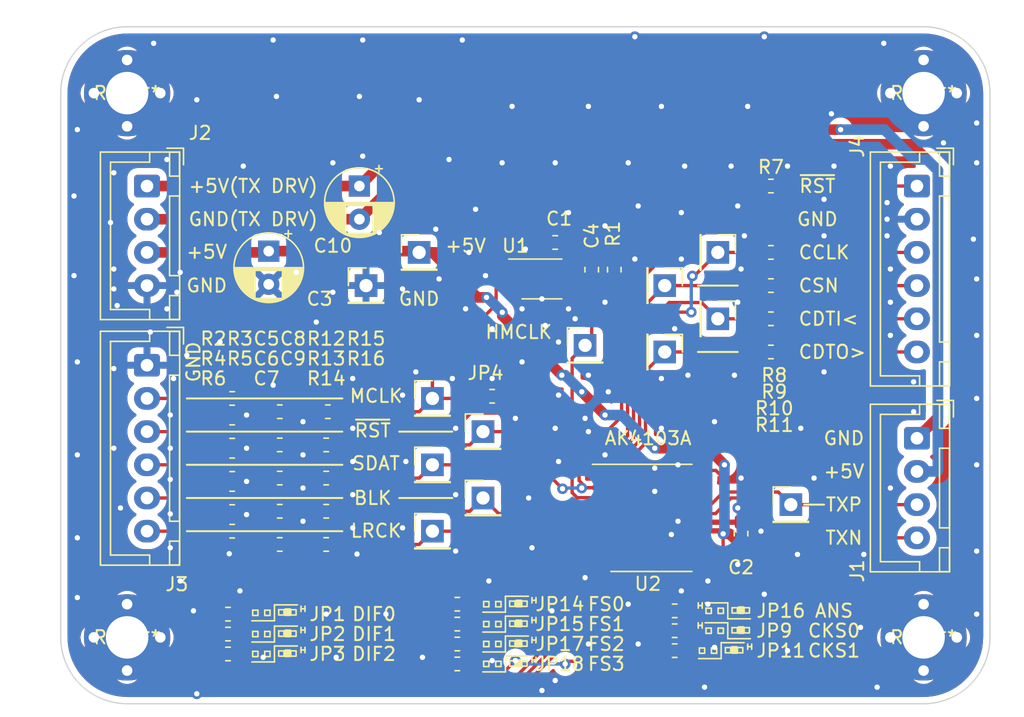
<source format=kicad_pcb>
(kicad_pcb (version 20200628) (host pcbnew "5.99.0-unknown-1463dd1~88~ubuntu18.04.1")
  (layers (0 "F.Cu" signal) (31 "B.Cu" signal) (34 "B.Paste" user) (35 "F.Paste" user) (36 "B.SilkS" user) (37 "F.SilkS" user) (38 "B.Mask" user) (39 "F.Mask" user) (44 "Edge.Cuts" user))
  (net 0 "")
  (net 1 "Net-(U1-Pad2)")
  (net 2 "GND")
  (net 3 "+5V")
  (net 4 "/LRCK")
  (net 5 "/BLK")
  (net 6 "/SDAT")
  (net 7 "/RESET")
  (net 8 "/MCLK")
  (net 9 "/HALF_MCLK")
  (net 10 "Net-(R1-Pad1)")
  (net 11 "/LEDA")
  (net 12 "/LEDK")
  (net 13 "Net-(J3-Pad6)")
  (net 14 "Net-(J3-Pad5)")
  (net 15 "Net-(J3-Pad3)")
  (net 16 "/CSN")
  (net 17 "/CDTI")
  (net 18 "/CCLK")
  (net 19 "/CDTO")
  (net 20 "Net-(J3-Pad4)")
  (net 21 "Net-(J3-Pad2)")
  (net 22 "Net-(J4-Pad6)")
  (net 23 "Net-(J4-Pad5)")
  (net 24 "Net-(J4-Pad4)")
  (net 25 "Net-(J4-Pad3)")
  (net 26 "Net-(J4-Pad1)")
  (net 27 "/TXN")
  (net 28 "/TXP")
  (net 29 "/DIF0")
  (net 30 "/DIF1")
  (net 31 "/DIF2")
  (net 32 "/CKS0")
  (net 33 "/CKS1")
  (net 34 "/ANS")
  (module "components:MountingHole_3.2mm_M3" (layer "F.Cu") (at 22 85)
    (fp_text reference "REF***" (at 0 0) (layer "F.SilkS"))
    (fp_text value "M")
    (pad "1" thru_hole circle (at 0 0) (size 6.5 6.5) (drill 3.2) (layers *.Cu *.Mask) (net 2 "GND"))
    (pad "1" thru_hole circle (at 0 -2.5) (size 1 1) (drill 0.8) (layers *.Cu *.Mask))
    (pad "1" thru_hole circle (at 0 2.5) (size 1 1) (drill 0.8) (layers *.Cu *.Mask))
    (pad "1" thru_hole circle (at 2.5 0 90) (size 1 1) (drill 0.8) (layers *.Cu *.Mask))
    (pad "1" thru_hole circle (at -2.5 0 90) (size 1 1) (drill 0.8) (layers *.Cu *.Mask))
  )
  (module "components:MountingHole_3.2mm_M3" (layer "F.Cu") (at 22 126)
    (fp_text reference "REF***" (at 0 0) (layer "F.SilkS"))
    (fp_text value "M")
    (pad "1" thru_hole circle (at -2.5 0 90) (size 1 1) (drill 0.8) (layers *.Cu *.Mask))
    (pad "1" thru_hole circle (at 2.5 0 90) (size 1 1) (drill 0.8) (layers *.Cu *.Mask))
    (pad "1" thru_hole circle (at 0 2.5) (size 1 1) (drill 0.8) (layers *.Cu *.Mask))
    (pad "1" thru_hole circle (at 0 -2.5) (size 1 1) (drill 0.8) (layers *.Cu *.Mask))
    (pad "1" thru_hole circle (at 0 0) (size 6.5 6.5) (drill 3.2) (layers *.Cu *.Mask) (net 2 "GND"))
  )
  (module "components:MountingHole_3.2mm_M3" (layer "F.Cu") (at 82 126)
    (fp_text reference "REF***" (at 0 0) (layer "F.SilkS"))
    (fp_text value "M")
    (pad "1" thru_hole circle (at 0 0) (size 6.5 6.5) (drill 3.2) (layers *.Cu *.Mask) (net 2 "GND"))
    (pad "1" thru_hole circle (at 0 -2.5) (size 1 1) (drill 0.8) (layers *.Cu *.Mask))
    (pad "1" thru_hole circle (at 0 2.5) (size 1 1) (drill 0.8) (layers *.Cu *.Mask))
    (pad "1" thru_hole circle (at 2.5 0 90) (size 1 1) (drill 0.8) (layers *.Cu *.Mask))
    (pad "1" thru_hole circle (at -2.5 0 90) (size 1 1) (drill 0.8) (layers *.Cu *.Mask))
  )
  (module "components:MountingHole_3.2mm_M3" (layer "F.Cu") (at 82 85)
    (fp_text reference "REF***" (at 0 0) (layer "F.SilkS"))
    (fp_text value "M")
    (pad "1" thru_hole circle (at -2.5 0 90) (size 1 1) (drill 0.8) (layers *.Cu *.Mask))
    (pad "1" thru_hole circle (at 2.5 0 90) (size 1 1) (drill 0.8) (layers *.Cu *.Mask))
    (pad "1" thru_hole circle (at 0 2.5) (size 1 1) (drill 0.8) (layers *.Cu *.Mask))
    (pad "1" thru_hole circle (at 0 -2.5) (size 1 1) (drill 0.8) (layers *.Cu *.Mask))
    (pad "1" thru_hole circle (at 0 0) (size 6.5 6.5) (drill 3.2) (layers *.Cu *.Mask) (net 2 "GND"))
  )
  (module "components:Mark-OpenHigh,CloseLow" (layer "F.Cu") (at 67.251715 124)
    (fp_text reference "REF**" hide)
    (fp_text value "Mark-OpenHigh,CloseLow" hide)
  )
  (module "components:Mark-OpenHigh,CloseLow" (layer "F.Cu") (at 67.25 125.5)
    (fp_text reference "REF**" hide)
    (fp_text value "Mark-OpenHigh,CloseLow" hide)
  )
  (module "components:Mark-OpenLow,CloseHigh" (layer "F.Cu") (at 66.75 127)
    (fp_text reference "REF**" hide)
    (fp_text value "Mark-OpenLow,CloseHigh" hide)
  )
  (module "components:Mark-OpenLow,CloseHigh" (layer "F.Cu") (at 50.5 123.5)
    (fp_text reference "REF**" hide)
    (fp_text value "Mark-OpenLow,CloseHigh" hide)
  )
  (module "components:Mark-OpenLow,CloseHigh" (layer "F.Cu") (at 50.5 126.5)
    (fp_text reference "REF**" hide)
    (fp_text value "Mark-OpenLow,CloseHigh" hide)
  )
  (module "components:Mark-OpenLow,CloseHigh" (layer "F.Cu") (at 50.5 128)
    (fp_text reference "REF**" hide)
    (fp_text value "Mark-OpenLow,CloseHigh" hide)
  )
  (module "components:Mark-OpenLow,CloseHigh" (layer "F.Cu") (at 50.5 125)
    (fp_text reference "REF**" hide)
    (fp_text value "Mark-OpenLow,CloseHigh" hide)
  )
  (module "components:Mark-OpenLow,CloseHigh" (layer "F.Cu") (at 33.1 124.15)
    (fp_text reference "REF**" hide)
    (fp_text value "Mark-OpenLow,CloseHigh" hide)
  )
  (module "components:Mark-OpenLow,CloseHigh" (layer "F.Cu") (at 33.1 125.75)
    (fp_text reference "REF**" hide)
    (fp_text value "Mark-OpenLow,CloseHigh" hide)
  )
  (module "components:Mark-OpenLow,CloseHigh" (layer "F.Cu") (at 33.1 127.25)
    (fp_text reference "REF**" hide)
    (fp_text value "Mark-OpenLow,CloseHigh" hide)
  )
  (module "Capacitor_THT:CP_Radial_D5.0mm_P2.50mm" (layer "F.Cu") (at 39.5 92 -90)
    (fp_text reference "C10" (at 4.5 2 180) (layer "F.SilkS"))
    (fp_text value "33u/16v")
    (pad "2" thru_hole circle (at 2.5 0 270) (size 1.6 1.6) (drill 0.8) (layers *.Cu *.Mask) (net 12 "/LEDK"))
    (pad "1" thru_hole rect (at 0 0 270) (size 1.6 1.6) (drill 0.8) (layers *.Cu *.Mask) (net 11 "/LEDA"))
  )
  (module "Connector_JST:JST_XH_B4B-XH-A_1x04_P2.50mm_Vertical" (layer "F.Cu") (at 23.5 92 -90)
    (fp_text reference "J2" (at -4 -4 180) (layer "F.SilkS"))
    (fp_text value "Conn_01x04_Male")
    (pad "4" thru_hole oval (at 7.5 0 270) (size 1.7 1.95) (drill 0.95) (layers *.Cu *.Mask) (net 2 "GND"))
    (pad "3" thru_hole oval (at 5 0 270) (size 1.7 1.95) (drill 0.95) (layers *.Cu *.Mask) (net 3 "+5V"))
    (pad "2" thru_hole oval (at 2.5 0 270) (size 1.7 1.95) (drill 0.95) (layers *.Cu *.Mask) (net 12 "/LEDK"))
    (pad "1" thru_hole roundrect (at 0 0 270) (size 1.7 1.95) (drill 0.95) (layers *.Cu *.Mask) (roundrect_rratio 0.147059) (net 11 "/LEDA"))
  )
  (module "Connector_JST:JST_XH_B6B-XH-A_1x06_P2.50mm_Vertical" (layer "F.Cu") (at 81.5 92 -90)
    (fp_text reference "J4" (at -3 4.5 90) (layer "F.SilkS"))
    (fp_text value "Conn_01x06_Male")
    (pad "6" thru_hole oval (at 12.5 0 270) (size 1.7 1.95) (drill 0.95) (layers *.Cu *.Mask) (net 22 "Net-(J4-Pad6)"))
    (pad "5" thru_hole oval (at 10 0 270) (size 1.7 1.95) (drill 0.95) (layers *.Cu *.Mask) (net 23 "Net-(J4-Pad5)"))
    (pad "4" thru_hole oval (at 7.5 0 270) (size 1.7 1.95) (drill 0.95) (layers *.Cu *.Mask) (net 24 "Net-(J4-Pad4)"))
    (pad "3" thru_hole oval (at 5 0 270) (size 1.7 1.95) (drill 0.95) (layers *.Cu *.Mask) (net 25 "Net-(J4-Pad3)"))
    (pad "2" thru_hole oval (at 2.5 0 270) (size 1.7 1.95) (drill 0.95) (layers *.Cu *.Mask) (net 2 "GND"))
    (pad "1" thru_hole roundrect (at 0 0 270) (size 1.7 1.95) (drill 0.95) (layers *.Cu *.Mask) (roundrect_rratio 0.147059) (net 26 "Net-(J4-Pad1)"))
  )
  (module "Connector_JST:JST_XH_B6B-XH-A_1x06_P2.50mm_Vertical" (layer "F.Cu") (at 23.5 105.5 -90)
    (fp_text reference "J3" (at 16.5 -2.25 180) (layer "F.SilkS"))
    (fp_text value "Conn_01x06_Male")
    (pad "6" thru_hole oval (at 12.5 0 270) (size 1.7 1.95) (drill 0.95) (layers *.Cu *.Mask) (net 13 "Net-(J3-Pad6)"))
    (pad "5" thru_hole oval (at 10 0 270) (size 1.7 1.95) (drill 0.95) (layers *.Cu *.Mask) (net 14 "Net-(J3-Pad5)"))
    (pad "4" thru_hole oval (at 7.5 0 270) (size 1.7 1.95) (drill 0.95) (layers *.Cu *.Mask) (net 20 "Net-(J3-Pad4)"))
    (pad "3" thru_hole oval (at 5 0 270) (size 1.7 1.95) (drill 0.95) (layers *.Cu *.Mask) (net 15 "Net-(J3-Pad3)"))
    (pad "2" thru_hole oval (at 2.5 0 270) (size 1.7 1.95) (drill 0.95) (layers *.Cu *.Mask) (net 21 "Net-(J3-Pad2)"))
    (pad "1" thru_hole roundrect (at 0 0 270) (size 1.7 1.95) (drill 0.95) (layers *.Cu *.Mask) (roundrect_rratio 0.147059) (net 2 "GND"))
  )
  (module "Resistor_SMD:R_0603_1608Metric_Pad1.05x0.95mm_HandSolder" (layer "F.Cu") (at 37 116.5)
    (fp_text reference "R16" (at 3 -11.5) (layer "F.SilkS"))
    (fp_text value "220k")
    (pad "2" smd roundrect (at 0.875 0) (size 1.05 0.95) (layers "F.Cu" "F.Paste" "F.Mask") (net 5 "/BLK"))
    (pad "1" smd roundrect (at -0.875 0) (size 1.05 0.95) (layers "F.Cu" "F.Paste" "F.Mask") (net 2 "GND"))
  )
  (module "Resistor_SMD:R_0603_1608Metric_Pad1.05x0.95mm_HandSolder" (layer "F.Cu") (at 37 111.5)
    (fp_text reference "R15" (at 3 -8) (layer "F.SilkS"))
    (fp_text value "220k")
    (pad "2" smd roundrect (at 0.875 0) (size 1.05 0.95) (layers "F.Cu" "F.Paste" "F.Mask") (net 7 "/RESET"))
    (pad "1" smd roundrect (at -0.875 0) (size 1.05 0.95) (layers "F.Cu" "F.Paste" "F.Mask") (net 2 "GND"))
  )
  (module "Resistor_SMD:R_0603_1608Metric_Pad1.05x0.95mm_HandSolder" (layer "F.Cu") (at 37 119)
    (fp_text reference "R14" (at 0 -12.5) (layer "F.SilkS"))
    (fp_text value "220k")
    (pad "2" smd roundrect (at 0.875 0) (size 1.05 0.95) (layers "F.Cu" "F.Paste" "F.Mask") (net 4 "/LRCK"))
    (pad "1" smd roundrect (at -0.875 0) (size 1.05 0.95) (layers "F.Cu" "F.Paste" "F.Mask") (net 2 "GND"))
  )
  (module "Resistor_SMD:R_0603_1608Metric_Pad1.05x0.95mm_HandSolder" (layer "F.Cu") (at 37 114)
    (fp_text reference "R13" (at 0 -9) (layer "F.SilkS"))
    (fp_text value "220k")
    (pad "2" smd roundrect (at 0.875 0) (size 1.05 0.95) (layers "F.Cu" "F.Paste" "F.Mask") (net 6 "/SDAT"))
    (pad "1" smd roundrect (at -0.875 0) (size 1.05 0.95) (layers "F.Cu" "F.Paste" "F.Mask") (net 2 "GND"))
  )
  (module "Resistor_SMD:R_0603_1608Metric_Pad1.05x0.95mm_HandSolder" (layer "F.Cu") (at 37.125 109)
    (fp_text reference "R12" (at -0.125 -5.5) (layer "F.SilkS"))
    (fp_text value "220k")
    (pad "2" smd roundrect (at 0.875 0) (size 1.05 0.95) (layers "F.Cu" "F.Paste" "F.Mask") (net 8 "/MCLK"))
    (pad "1" smd roundrect (at -0.875 0) (size 1.05 0.95) (layers "F.Cu" "F.Paste" "F.Mask") (net 2 "GND"))
  )
  (module "Connector_PinHeader_2.54mm:PinHeader_1x01_P2.54mm_Vertical" (layer "F.Cu") (at 62.5 104.5 -90)
    (fp_text reference "TP13" hide)
    (fp_text value "TestPoint")
    (pad "1" thru_hole rect (at 0 0 270) (size 1.7 1.7) (drill 1) (layers *.Cu *.Mask) (net 19 "/CDTO"))
  )
  (module "Connector_PinHeader_2.54mm:PinHeader_1x01_P2.54mm_Vertical" (layer "F.Cu") (at 66.5 102 -90)
    (fp_text reference "TP12" hide)
    (fp_text value "TestPoint")
    (pad "1" thru_hole rect (at 0 0 270) (size 1.7 1.7) (drill 1) (layers *.Cu *.Mask) (net 17 "/CDTI"))
  )
  (module "Connector_PinHeader_2.54mm:PinHeader_1x01_P2.54mm_Vertical" (layer "F.Cu") (at 62.5 99.5 -90)
    (fp_text reference "TP11" hide)
    (fp_text value "TestPoint")
    (pad "1" thru_hole rect (at 0 0 270) (size 1.7 1.7) (drill 1) (layers *.Cu *.Mask) (net 16 "/CSN"))
  )
  (module "Connector_PinHeader_2.54mm:PinHeader_1x01_P2.54mm_Vertical" (layer "F.Cu") (at 66.5 97 -90)
    (fp_text reference "TP10" hide)
    (fp_text value "TestPoint")
    (pad "1" thru_hole rect (at 0 0 270) (size 1.7 1.7) (drill 1) (layers *.Cu *.Mask) (net 18 "/CCLK"))
  )
  (module "Resistor_SMD:R_0603_1608Metric_Pad1.05x0.95mm_HandSolder" (layer "F.Cu") (at 70.5 104.5)
    (fp_text reference "R11" (at 0.25 5.5) (layer "F.SilkS"))
    (fp_text value "33R")
    (pad "2" smd roundrect (at 0.875 0) (size 1.05 0.95) (layers "F.Cu" "F.Paste" "F.Mask") (net 22 "Net-(J4-Pad6)"))
    (pad "1" smd roundrect (at -0.875 0) (size 1.05 0.95) (layers "F.Cu" "F.Paste" "F.Mask") (net 19 "/CDTO"))
  )
  (module "Resistor_SMD:R_0603_1608Metric_Pad1.05x0.95mm_HandSolder" (layer "F.Cu") (at 70.5 102)
    (fp_text reference "R10" (at 0.25 6.75) (layer "F.SilkS"))
    (fp_text value "33R")
    (pad "2" smd roundrect (at 0.875 0) (size 1.05 0.95) (layers "F.Cu" "F.Paste" "F.Mask") (net 23 "Net-(J4-Pad5)"))
    (pad "1" smd roundrect (at -0.875 0) (size 1.05 0.95) (layers "F.Cu" "F.Paste" "F.Mask") (net 17 "/CDTI"))
  )
  (module "Resistor_SMD:R_0603_1608Metric_Pad1.05x0.95mm_HandSolder" (layer "F.Cu") (at 70.5 99.5)
    (fp_text reference "R9" (at 0.25 8) (layer "F.SilkS"))
    (fp_text value "33R")
    (pad "2" smd roundrect (at 0.875 0) (size 1.05 0.95) (layers "F.Cu" "F.Paste" "F.Mask") (net 24 "Net-(J4-Pad4)"))
    (pad "1" smd roundrect (at -0.875 0) (size 1.05 0.95) (layers "F.Cu" "F.Paste" "F.Mask") (net 16 "/CSN"))
  )
  (module "Resistor_SMD:R_0603_1608Metric_Pad1.05x0.95mm_HandSolder" (layer "F.Cu") (at 70.5 97)
    (fp_text reference "R8" (at 0.25 9.25) (layer "F.SilkS"))
    (fp_text value "33R")
    (pad "2" smd roundrect (at 0.875 0) (size 1.05 0.95) (layers "F.Cu" "F.Paste" "F.Mask") (net 25 "Net-(J4-Pad3)"))
    (pad "1" smd roundrect (at -0.875 0) (size 1.05 0.95) (layers "F.Cu" "F.Paste" "F.Mask") (net 18 "/CCLK"))
  )
  (module "Resistor_SMD:R_0603_1608Metric_Pad1.05x0.95mm_HandSolder" (layer "F.Cu") (at 70.5 92)
    (fp_text reference "R7" (at 0 -1.43) (layer "F.SilkS"))
    (fp_text value "33R")
    (pad "2" smd roundrect (at 0.875 0) (size 1.05 0.95) (layers "F.Cu" "F.Paste" "F.Mask") (net 26 "Net-(J4-Pad1)"))
    (pad "1" smd roundrect (at -0.875 0) (size 1.05 0.95) (layers "F.Cu" "F.Paste" "F.Mask") (net 7 "/RESET"))
  )
  (module "components:R_0603_1608Metric_SolderJumperCompatible" (layer "F.Cu") (at 46.875 128)
    (fp_text reference "JP18" (at 7.725 0) (layer "F.SilkS"))
    (fp_text value "Jumper_NO_Small")
    (pad "2" smd roundrect (at 0.775 0) (size 1.25 0.95) (layers "F.Cu" "F.Paste" "F.Mask") (net 19 "/CDTO"))
    (pad "1" smd roundrect (at -0.775 0) (size 1.25 0.95) (layers "F.Cu" "F.Paste" "F.Mask") (net 3 "+5V"))
  )
  (module "components:R_0603_1608Metric_SolderJumperCompatible" (layer "F.Cu") (at 46.875 126.5)
    (fp_text reference "JP17" (at 7.725 0) (layer "F.SilkS"))
    (fp_text value "Jumper_NO_Small")
    (pad "2" smd roundrect (at 0.775 0) (size 1.25 0.95) (layers "F.Cu" "F.Paste" "F.Mask") (net 18 "/CCLK"))
    (pad "1" smd roundrect (at -0.775 0) (size 1.25 0.95) (layers "F.Cu" "F.Paste" "F.Mask") (net 3 "+5V"))
  )
  (module "components:R_0603_1608Metric_SolderJumperCompatible" (layer "F.Cu") (at 63.251715 124)
    (fp_text reference "JP16" (at 8 0) (layer "F.SilkS"))
    (fp_text value "Jumper_NO_Small")
    (pad "2" smd roundrect (at 0.775 0) (size 1.25 0.95) (layers "F.Cu" "F.Paste" "F.Mask") (net 2 "GND"))
    (pad "1" smd roundrect (at -0.775 0) (size 1.25 0.95) (layers "F.Cu" "F.Paste" "F.Mask") (net 34 "/ANS"))
  )
  (module "components:R_0603_1608Metric_SolderJumperCompatible" (layer "F.Cu") (at 46.875 125)
    (fp_text reference "JP15" (at 7.725 0) (layer "F.SilkS"))
    (fp_text value "Jumper_NO_Small")
    (pad "2" smd roundrect (at 0.775 0) (size 1.25 0.95) (layers "F.Cu" "F.Paste" "F.Mask") (net 17 "/CDTI"))
    (pad "1" smd roundrect (at -0.775 0) (size 1.25 0.95) (layers "F.Cu" "F.Paste" "F.Mask") (net 3 "+5V"))
  )
  (module "components:R_0603_1608Metric_SolderJumperCompatible" (layer "F.Cu") (at 46.875 123.5)
    (fp_text reference "JP14" (at 7.725 0) (layer "F.SilkS"))
    (fp_text value "Jumper_NO_Small")
    (pad "2" smd roundrect (at 0.775 0) (size 1.25 0.95) (layers "F.Cu" "F.Paste" "F.Mask") (net 16 "/CSN"))
    (pad "1" smd roundrect (at -0.775 0) (size 1.25 0.95) (layers "F.Cu" "F.Paste" "F.Mask") (net 3 "+5V"))
  )
  (module "components:R_0603_1608Metric_SolderJumperCompatible" (layer "F.Cu") (at 63.25 127 180)
    (fp_text reference "JP11" (at -8 0) (layer "F.SilkS"))
    (fp_text value "Jumper_NO_Small")
    (pad "2" smd roundrect (at 0.775 0 180) (size 1.25 0.95) (layers "F.Cu" "F.Paste" "F.Mask") (net 33 "/CKS1"))
    (pad "1" smd roundrect (at -0.775 0 180) (size 1.25 0.95) (layers "F.Cu" "F.Paste" "F.Mask") (net 3 "+5V"))
  )
  (module "components:R_0603_1608Metric_SolderJumperCompatible" (layer "F.Cu") (at 63.25 125.5 180)
    (fp_text reference "JP9" (at -7.5 0) (layer "F.SilkS"))
    (fp_text value "Jumper_NO_Small")
    (pad "2" smd roundrect (at 0.775 0 180) (size 1.25 0.95) (layers "F.Cu" "F.Paste" "F.Mask") (net 32 "/CKS0"))
    (pad "1" smd roundrect (at -0.775 0 180) (size 1.25 0.95) (layers "F.Cu" "F.Paste" "F.Mask") (net 2 "GND"))
  )
  (module "components:R_0603_1608Metric_SolderJumperCompatible" (layer "F.Cu") (at 49.5 107.837469)
    (fp_text reference "JP4" (at -0.5 -1.75) (layer "F.SilkS"))
    (fp_text value "Jumper_NO_Small")
    (pad "2" smd roundrect (at 0.775 0) (size 1.25 0.95) (layers "F.Cu" "F.Paste" "F.Mask") (net 9 "/HALF_MCLK"))
    (pad "1" smd roundrect (at -0.775 0) (size 1.25 0.95) (layers "F.Cu" "F.Paste" "F.Mask") (net 8 "/MCLK"))
  )
  (module "components:R_0603_1608Metric_SolderJumperCompatible" (layer "F.Cu") (at 29.6 127.25 180)
    (fp_text reference "JP3" (at -7.5 0) (layer "F.SilkS"))
    (fp_text value "Jumper_NO_Small")
    (pad "2" smd roundrect (at 0.775 0 180) (size 1.25 0.95) (layers "F.Cu" "F.Paste" "F.Mask") (net 31 "/DIF2"))
    (pad "1" smd roundrect (at -0.775 0 180) (size 1.25 0.95) (layers "F.Cu" "F.Paste" "F.Mask") (net 3 "+5V"))
  )
  (module "components:R_0603_1608Metric_SolderJumperCompatible" (layer "F.Cu") (at 29.6 125.75 180)
    (fp_text reference "JP2" (at -7.5 0 180) (layer "F.SilkS"))
    (fp_text value "Jumper_NO_Small")
    (pad "2" smd roundrect (at 0.775 0 180) (size 1.25 0.95) (layers "F.Cu" "F.Paste" "F.Mask") (net 30 "/DIF1"))
    (pad "1" smd roundrect (at -0.775 0 180) (size 1.25 0.95) (layers "F.Cu" "F.Paste" "F.Mask") (net 3 "+5V"))
  )
  (module "components:R_0603_1608Metric_SolderJumperCompatible" (layer "F.Cu") (at 29.6 124.25 180)
    (fp_text reference "JP1" (at -7.5 0 180) (layer "F.SilkS"))
    (fp_text value "Jumper_NO_Small")
    (pad "2" smd roundrect (at 0.775 0 180) (size 1.25 0.95) (layers "F.Cu" "F.Paste" "F.Mask") (net 29 "/DIF0"))
    (pad "1" smd roundrect (at -0.775 0 180) (size 1.25 0.95) (layers "F.Cu" "F.Paste" "F.Mask") (net 3 "+5V"))
  )
  (module "Connector_JST:JST_XH_B4B-XH-A_1x04_P2.50mm_Vertical" (layer "F.Cu") (at 81.5 111 -90)
    (fp_text reference "J1" (at 10 4.5 90) (layer "F.SilkS"))
    (fp_text value "Conn_01x04_Male")
    (pad "4" thru_hole oval (at 7.5 0 270) (size 1.7 1.95) (drill 0.95) (layers *.Cu *.Mask) (net 27 "/TXN"))
    (pad "3" thru_hole oval (at 5 0 270) (size 1.7 1.95) (drill 0.95) (layers *.Cu *.Mask) (net 28 "/TXP"))
    (pad "2" thru_hole oval (at 2.5 0 270) (size 1.7 1.95) (drill 0.95) (layers *.Cu *.Mask) (net 11 "/LEDA"))
    (pad "1" thru_hole roundrect (at 0 0 270) (size 1.7 1.95) (drill 0.95) (layers *.Cu *.Mask) (roundrect_rratio 0.147059) (net 12 "/LEDK"))
  )
  (module "Capacitor_SMD:C_0603_1608Metric_Pad1.05x0.95mm_HandSolder" (layer "F.Cu") (at 33.5 116.5)
    (fp_text reference "C9" (at 1 -11.5) (layer "F.SilkS"))
    (fp_text value "DNI")
    (pad "2" smd roundrect (at 0.875 0) (size 1.05 0.95) (layers "F.Cu" "F.Paste" "F.Mask") (net 2 "GND"))
    (pad "1" smd roundrect (at -0.875 0) (size 1.05 0.95) (layers "F.Cu" "F.Paste" "F.Mask") (net 5 "/BLK"))
  )
  (module "Capacitor_SMD:C_0603_1608Metric_Pad1.05x0.95mm_HandSolder" (layer "F.Cu") (at 33.5 111.5)
    (fp_text reference "C8" (at 1 -8) (layer "F.SilkS"))
    (fp_text value "DNI")
    (pad "2" smd roundrect (at 0.875 0) (size 1.05 0.95) (layers "F.Cu" "F.Paste" "F.Mask") (net 2 "GND"))
    (pad "1" smd roundrect (at -0.875 0) (size 1.05 0.95) (layers "F.Cu" "F.Paste" "F.Mask") (net 7 "/RESET"))
  )
  (module "Capacitor_SMD:C_0603_1608Metric_Pad1.05x0.95mm_HandSolder" (layer "F.Cu") (at 33.5 119)
    (fp_text reference "C7" (at -1 -12.5) (layer "F.SilkS"))
    (fp_text value "DNI")
    (pad "2" smd roundrect (at 0.875 0) (size 1.05 0.95) (layers "F.Cu" "F.Paste" "F.Mask") (net 2 "GND"))
    (pad "1" smd roundrect (at -0.875 0) (size 1.05 0.95) (layers "F.Cu" "F.Paste" "F.Mask") (net 4 "/LRCK"))
  )
  (module "Capacitor_SMD:C_0603_1608Metric_Pad1.05x0.95mm_HandSolder" (layer "F.Cu") (at 33.5 114)
    (fp_text reference "C6" (at -1 -9) (layer "F.SilkS"))
    (fp_text value "DNI")
    (pad "2" smd roundrect (at 0.875 0) (size 1.05 0.95) (layers "F.Cu" "F.Paste" "F.Mask") (net 2 "GND"))
    (pad "1" smd roundrect (at -0.875 0) (size 1.05 0.95) (layers "F.Cu" "F.Paste" "F.Mask") (net 6 "/SDAT"))
  )
  (module "Capacitor_SMD:C_0603_1608Metric_Pad1.05x0.95mm_HandSolder" (layer "F.Cu") (at 33.5 109)
    (fp_text reference "C5" (at -1 -5.5) (layer "F.SilkS"))
    (fp_text value "DNI")
    (pad "2" smd roundrect (at 0.875 0) (size 1.05 0.95) (layers "F.Cu" "F.Paste" "F.Mask") (net 2 "GND"))
    (pad "1" smd roundrect (at -0.875 0) (size 1.05 0.95) (layers "F.Cu" "F.Paste" "F.Mask") (net 8 "/MCLK"))
  )
  (module "Capacitor_SMD:C_0603_1608Metric_Pad1.05x0.95mm_HandSolder" (layer "F.Cu") (at 57 98.3 90)
    (fp_text reference "C4" (at 2.54 0 90) (layer "F.SilkS"))
    (fp_text value "DNI")
    (pad "2" smd roundrect (at 0.875 0 90) (size 1.05 0.95) (layers "F.Cu" "F.Paste" "F.Mask") (net 2 "GND"))
    (pad "1" smd roundrect (at -0.875 0 90) (size 1.05 0.95) (layers "F.Cu" "F.Paste" "F.Mask") (net 9 "/HALF_MCLK"))
  )
  (module "Capacitor_THT:CP_Radial_D5.0mm_P2.50mm" (layer "F.Cu") (at 32.667763 96.902208 -90)
    (fp_text reference "C3" (at 3.597792 -3.832237 180) (layer "F.SilkS"))
    (fp_text value "33u/16v")
    (pad "2" thru_hole circle (at 2.5 0 270) (size 1.6 1.6) (drill 0.8) (layers *.Cu *.Mask) (net 2 "GND"))
    (pad "1" thru_hole rect (at 0 0 270) (size 1.6 1.6) (drill 0.8) (layers *.Cu *.Mask) (net 3 "+5V"))
  )
  (module "Resistor_SMD:R_0603_1608Metric_Pad1.05x0.95mm_HandSolder" (layer "F.Cu") (at 29.915 118)
    (fp_text reference "R6" (at -1.415 -11.5) (layer "F.SilkS"))
    (fp_text value "33R")
    (pad "2" smd roundrect (at 0.875 0) (size 1.05 0.95) (layers "F.Cu" "F.Paste" "F.Mask") (net 4 "/LRCK"))
    (pad "1" smd roundrect (at -0.875 0) (size 1.05 0.95) (layers "F.Cu" "F.Paste" "F.Mask") (net 13 "Net-(J3-Pad6)"))
  )
  (module "Resistor_SMD:R_0603_1608Metric_Pad1.05x0.95mm_HandSolder" (layer "F.Cu") (at 29.915 115.5)
    (fp_text reference "R5" (at 0.585 -10.5) (layer "F.SilkS"))
    (fp_text value "33R")
    (pad "2" smd roundrect (at 0.875 0) (size 1.05 0.95) (layers "F.Cu" "F.Paste" "F.Mask") (net 5 "/BLK"))
    (pad "1" smd roundrect (at -0.875 0) (size 1.05 0.95) (layers "F.Cu" "F.Paste" "F.Mask") (net 14 "Net-(J3-Pad5)"))
  )
  (module "Resistor_SMD:R_0603_1608Metric_Pad1.05x0.95mm_HandSolder" (layer "F.Cu") (at 29.915 113)
    (fp_text reference "R4" (at -1.415 -8) (layer "F.SilkS"))
    (fp_text value "33R")
    (pad "2" smd roundrect (at 0.875 0) (size 1.05 0.95) (layers "F.Cu" "F.Paste" "F.Mask") (net 6 "/SDAT"))
    (pad "1" smd roundrect (at -0.875 0) (size 1.05 0.95) (layers "F.Cu" "F.Paste" "F.Mask") (net 20 "Net-(J3-Pad4)"))
  )
  (module "Resistor_SMD:R_0603_1608Metric_Pad1.05x0.95mm_HandSolder" (layer "F.Cu") (at 29.915 110.5)
    (fp_text reference "R3" (at 0.585 -7) (layer "F.SilkS"))
    (fp_text value "33R")
    (pad "2" smd roundrect (at 0.875 0) (size 1.05 0.95) (layers "F.Cu" "F.Paste" "F.Mask") (net 7 "/RESET"))
    (pad "1" smd roundrect (at -0.875 0) (size 1.05 0.95) (layers "F.Cu" "F.Paste" "F.Mask") (net 15 "Net-(J3-Pad3)"))
  )
  (module "Resistor_SMD:R_0603_1608Metric_Pad1.05x0.95mm_HandSolder" (layer "F.Cu") (at 29.915 108)
    (fp_text reference "R2" (at -1.415 -4.5) (layer "F.SilkS"))
    (fp_text value "33R")
    (pad "2" smd roundrect (at 0.875 0) (size 1.05 0.95) (layers "F.Cu" "F.Paste" "F.Mask") (net 8 "/MCLK"))
    (pad "1" smd roundrect (at -0.875 0) (size 1.05 0.95) (layers "F.Cu" "F.Paste" "F.Mask") (net 21 "Net-(J3-Pad2)"))
  )
  (module "Resistor_SMD:R_0603_1608Metric_Pad1.05x0.95mm_HandSolder" (layer "F.Cu") (at 58.7 98.3 -90)
    (fp_text reference "R1" (at -2.7 0.1 90) (layer "F.SilkS"))
    (fp_text value "33R")
    (pad "2" smd roundrect (at 0.875 0 270) (size 1.05 0.95) (layers "F.Cu" "F.Paste" "F.Mask") (net 9 "/HALF_MCLK"))
    (pad "1" smd roundrect (at -0.875 0 270) (size 1.05 0.95) (layers "F.Cu" "F.Paste" "F.Mask") (net 10 "Net-(R1-Pad1)"))
  )
  (module "Connector_PinHeader_2.54mm:PinHeader_1x01_P2.54mm_Vertical" (layer "F.Cu") (at 45 118)
    (fp_text reference "TP9" hide)
    (fp_text value "TestPoint")
    (pad "1" thru_hole rect (at 0 0) (size 1.7 1.7) (drill 1) (layers *.Cu *.Mask) (net 4 "/LRCK"))
  )
  (module "Connector_PinHeader_2.54mm:PinHeader_1x01_P2.54mm_Vertical" (layer "F.Cu") (at 48.81 115.5)
    (fp_text reference "TP8" hide)
    (fp_text value "TestPoint")
    (pad "1" thru_hole rect (at 0 0) (size 1.7 1.7) (drill 1) (layers *.Cu *.Mask) (net 5 "/BLK"))
  )
  (module "Connector_PinHeader_2.54mm:PinHeader_1x01_P2.54mm_Vertical" (layer "F.Cu") (at 45 113)
    (fp_text reference "TP7" hide)
    (fp_text value "TestPoint")
    (pad "1" thru_hole rect (at 0 0) (size 1.7 1.7) (drill 1) (layers *.Cu *.Mask) (net 6 "/SDAT"))
  )
  (module "Connector_PinHeader_2.54mm:PinHeader_1x01_P2.54mm_Vertical" (layer "F.Cu") (at 48.81 110.5)
    (fp_text reference "TP6" hide)
    (fp_text value "TestPoint")
    (pad "1" thru_hole rect (at 0 0) (size 1.7 1.7) (drill 1) (layers *.Cu *.Mask) (net 7 "/RESET"))
  )
  (module "Connector_PinHeader_2.54mm:PinHeader_1x01_P2.54mm_Vertical" (layer "F.Cu") (at 45 108)
    (fp_text reference "TP5" hide)
    (fp_text value "TestPoint")
    (pad "1" thru_hole rect (at 0 0) (size 1.7 1.7) (drill 1) (layers *.Cu *.Mask) (net 8 "/MCLK"))
  )
  (module "Connector_PinHeader_2.54mm:PinHeader_1x01_P2.54mm_Vertical" (layer "F.Cu") (at 72 116)
    (fp_text reference "TP4" hide)
    (fp_text value "TestPoint")
    (pad "1" thru_hole rect (at 0 0) (size 1.7 1.7) (drill 1) (layers *.Cu *.Mask) (net 28 "/TXP"))
  )
  (module "Connector_PinHeader_2.54mm:PinHeader_1x01_P2.54mm_Vertical" (layer "F.Cu") (at 40 99.5)
    (fp_text reference "TP3" hide)
    (fp_text value "TestPoint")
    (pad "1" thru_hole rect (at 0 0) (size 1.7 1.7) (drill 1) (layers *.Cu *.Mask) (net 2 "GND"))
  )
  (module "Connector_PinHeader_2.54mm:PinHeader_1x01_P2.54mm_Vertical" (layer "F.Cu") (at 44 97)
    (fp_text reference "TP2" hide)
    (fp_text value "TestPoint")
    (pad "1" thru_hole rect (at 0 0) (size 1.7 1.7) (drill 1) (layers *.Cu *.Mask) (net 3 "+5V"))
  )
  (module "Connector_PinHeader_2.54mm:PinHeader_1x01_P2.54mm_Vertical" (layer "F.Cu") (at 56.5 104)
    (fp_text reference "TP1" hide)
    (fp_text value "TestPoint")
    (pad "1" thru_hole rect (at 0 0) (size 1.7 1.7) (drill 1) (layers *.Cu *.Mask) (net 9 "/HALF_MCLK"))
  )
  (module "Package_SO:TSSOP-24_6.1x7.8mm_P0.65mm" (layer "F.Cu") (at 61.5 117)
    (fp_text reference "U2" (at -0.27 4.97) (layer "F.SilkS"))
    (fp_text value "AK4103A")
    (pad "24" smd roundrect (at 3.7125 -3.575) (size 1.475 0.4) (layers "F.Cu" "F.Paste" "F.Mask") (net 2 "GND"))
    (pad "23" smd roundrect (at 3.7125 -2.925) (size 1.475 0.4) (layers "F.Cu" "F.Paste" "F.Mask") (net 31 "/DIF2"))
    (pad "22" smd roundrect (at 3.7125 -2.275) (size 1.475 0.4) (layers "F.Cu" "F.Paste" "F.Mask") (net 30 "/DIF1"))
    (pad "21" smd roundrect (at 3.7125 -1.625) (size 1.475 0.4) (layers "F.Cu" "F.Paste" "F.Mask") (net 29 "/DIF0"))
    (pad "20" smd roundrect (at 3.7125 -0.975) (size 1.475 0.4) (layers "F.Cu" "F.Paste" "F.Mask") (net 28 "/TXP"))
    (pad "19" smd roundrect (at 3.7125 -0.325) (size 1.475 0.4) (layers "F.Cu" "F.Paste" "F.Mask") (net 27 "/TXN"))
    (pad "18" smd roundrect (at 3.7125 0.325) (size 1.475 0.4) (layers "F.Cu" "F.Paste" "F.Mask") (net 2 "GND"))
    (pad "17" smd roundrect (at 3.7125 0.975) (size 1.475 0.4) (layers "F.Cu" "F.Paste" "F.Mask") (net 3 "+5V"))
    (pad "16" smd roundrect (at 3.7125 1.625) (size 1.475 0.4) (layers "F.Cu" "F.Paste" "F.Mask") (net 33 "/CKS1"))
    (pad "15" smd roundrect (at 3.7125 2.275) (size 1.475 0.4) (layers "F.Cu" "F.Paste" "F.Mask") (net 32 "/CKS0"))
    (pad "14" smd roundrect (at 3.7125 2.925) (size 1.475 0.4) (layers "F.Cu" "F.Paste" "F.Mask"))
    (pad "13" smd roundrect (at 3.7125 3.575) (size 1.475 0.4) (layers "F.Cu" "F.Paste" "F.Mask") (net 34 "/ANS"))
    (pad "12" smd roundrect (at -3.7125 3.575) (size 1.475 0.4) (layers "F.Cu" "F.Paste" "F.Mask") (net 2 "GND"))
    (pad "11" smd roundrect (at -3.7125 2.925) (size 1.475 0.4) (layers "F.Cu" "F.Paste" "F.Mask") (net 19 "/CDTO"))
    (pad "10" smd roundrect (at -3.7125 2.275) (size 1.475 0.4) (layers "F.Cu" "F.Paste" "F.Mask") (net 18 "/CCLK"))
    (pad "9" smd roundrect (at -3.7125 1.625) (size 1.475 0.4) (layers "F.Cu" "F.Paste" "F.Mask") (net 17 "/CDTI"))
    (pad "8" smd roundrect (at -3.7125 0.975) (size 1.475 0.4) (layers "F.Cu" "F.Paste" "F.Mask") (net 16 "/CSN"))
    (pad "7" smd roundrect (at -3.7125 0.325) (size 1.475 0.4) (layers "F.Cu" "F.Paste" "F.Mask") (net 4 "/LRCK"))
    (pad "6" smd roundrect (at -3.7125 -0.325) (size 1.475 0.4) (layers "F.Cu" "F.Paste" "F.Mask") (net 5 "/BLK"))
    (pad "5" smd roundrect (at -3.7125 -0.975) (size 1.475 0.4) (layers "F.Cu" "F.Paste" "F.Mask") (net 6 "/SDAT"))
    (pad "4" smd roundrect (at -3.7125 -1.625) (size 1.475 0.4) (layers "F.Cu" "F.Paste" "F.Mask") (net 9 "/HALF_MCLK"))
    (pad "3" smd roundrect (at -3.7125 -2.275) (size 1.475 0.4) (layers "F.Cu" "F.Paste" "F.Mask") (net 7 "/RESET"))
    (pad "2" smd roundrect (at -3.7125 -2.925) (size 1.475 0.4) (layers "F.Cu" "F.Paste" "F.Mask") (net 2 "GND"))
    (pad "1" smd roundrect (at -3.7125 -3.575) (size 1.475 0.4) (layers "F.Cu" "F.Paste" "F.Mask") (net 2 "GND"))
  )
  (module "Package_SO:SSOP-8_2.95x2.8mm_P0.65mm" (layer "F.Cu") (at 53.25 99)
    (fp_text reference "U1" (at -2 -2.5) (layer "F.SilkS"))
    (fp_text value "74LVC1G74")
    (pad "8" smd rect (at 1.7 -0.975 270) (size 0.3 1.6) (layers "F.Cu" "F.Paste" "F.Mask") (net 3 "+5V"))
    (pad "7" smd rect (at 1.7 -0.325 270) (size 0.3 1.6) (layers "F.Cu" "F.Paste" "F.Mask") (net 3 "+5V"))
    (pad "6" smd rect (at 1.7 0.325 270) (size 0.3 1.6) (layers "F.Cu" "F.Paste" "F.Mask") (net 3 "+5V"))
    (pad "5" smd rect (at 1.7 0.975 270) (size 0.3 1.6) (layers "F.Cu" "F.Paste" "F.Mask") (net 10 "Net-(R1-Pad1)"))
    (pad "4" smd rect (at -1.7 0.975 270) (size 0.3 1.6) (layers "F.Cu" "F.Paste" "F.Mask") (net 2 "GND"))
    (pad "3" smd rect (at -1.7 0.325 270) (size 0.3 1.6) (layers "F.Cu" "F.Paste" "F.Mask") (net 1 "Net-(U1-Pad2)"))
    (pad "2" smd rect (at -1.7 -0.325 270) (size 0.3 1.6) (layers "F.Cu" "F.Paste" "F.Mask") (net 1 "Net-(U1-Pad2)"))
    (pad "1" smd rect (at -1.7 -0.975 270) (size 0.3 1.6) (layers "F.Cu" "F.Paste" "F.Mask") (net 8 "/MCLK"))
  )
  (module "Capacitor_SMD:C_0603_1608Metric_Pad1.05x0.95mm_HandSolder" (layer "F.Cu") (at 68.25032 118.183874 -90)
    (fp_text reference "C2" (at 2.54 0 180) (layer "F.SilkS"))
    (fp_text value "0.1u/35V")
    (pad "2" smd roundrect (at 0.875 0 270) (size 1.05 0.95) (layers "F.Cu" "F.Paste" "F.Mask") (net 3 "+5V"))
    (pad "1" smd roundrect (at -0.875 0 270) (size 1.05 0.95) (layers "F.Cu" "F.Paste" "F.Mask") (net 2 "GND"))
  )
  (module "Capacitor_SMD:C_0603_1608Metric_Pad1.05x0.95mm_HandSolder" (layer "F.Cu") (at 54.25 96.25 180)
    (fp_text reference "C1" (at -0.29 1.79) (layer "F.SilkS"))
    (fp_text value "0.1u/35V")
    (pad "2" smd roundrect (at 0.875 0 180) (size 1.05 0.95) (layers "F.Cu" "F.Paste" "F.Mask") (net 2 "GND"))
    (pad "1" smd roundrect (at -0.875 0 180) (size 1.05 0.95) (layers "F.Cu" "F.Paste" "F.Mask") (net 3 "+5V"))
  )
  (gr_text "GND" (at 27 105.25 90) (layer "F.SilkS") (effects (font (size 1 1))))
  (gr_text "AK4103A" (at 61.25 111) (layer "F.SilkS") (effects (font (size 1 1))))
  (gr_arc (start 22 85) (end 22 80) (angle -90) (layer "Edge.Cuts") (width 0.1))
  (gr_arc (start 22 126) (end 17 126) (angle -90) (layer "Edge.Cuts") (width 0.1))
  (gr_arc (start 82 126) (end 82 131) (angle -90) (layer "Edge.Cuts") (width 0.1))
  (gr_line (start 22 131) (end 82 131) (layer "Edge.Cuts") (width 0.1))
  (gr_line (start 17 85) (end 17 126) (layer "Edge.Cuts") (width 0.1))
  (gr_line (start 82 80) (end 22 80) (layer "Edge.Cuts") (width 0.1))
  (gr_line (start 87 85) (end 87 126) (layer "Edge.Cuts") (width 0.1))
  (gr_arc (start 82 85) (end 82 80) (angle 90) (layer "Edge.Cuts") (width 0.1))
  (gr_line (start 65 104.5) (end 68 104.5) (layer "F.SilkS") (width 0.15))
  (gr_line (start 65 99.5) (end 68 99.5) (layer "F.SilkS") (width 0.15))
  (gr_text "ANS" (at 75.251715 124) (layer "F.SilkS") (effects (font (size 1 1))))
  (gr_text "CDTO>" (at 72.5 104.5) (layer "F.SilkS") (effects (font (size 1 1)) (justify left)))
  (gr_text "CDTI<" (at 72.5 102) (layer "F.SilkS") (effects (font (size 1 1)) (justify left)))
  (gr_text "CSN" (at 72.5 99.5) (layer "F.SilkS") (effects (font (size 1 1)) (justify left)))
  (gr_text "CCLK" (at 72.5 97) (layer "F.SilkS") (effects (font (size 1 1)) (justify left)))
  (gr_text "GND" (at 74 94.5) (layer "F.SilkS") (effects (font (size 1 1))))
  (gr_text "~RST" (at 74 92) (layer "F.SilkS") (effects (font (size 1 1))))
  (gr_line (start 74.5 116) (end 73 116) (layer "F.SilkS") (width 0.15))
  (gr_text "TXN" (at 76 118.5) (layer "F.SilkS") (effects (font (size 1 1))))
  (gr_text "CKS0" (at 75.25 125.5) (layer "F.SilkS") (effects (font (size 1 1))))
  (gr_text "CKS1" (at 75.25 127) (layer "F.SilkS") (effects (font (size 1 1))))
  (gr_text "FS3" (at 58.1 128) (layer "F.SilkS") (effects (font (size 1 1))))
  (gr_text "FS2" (at 58.1 126.5) (layer "F.SilkS") (effects (font (size 1 1))))
  (gr_text "FS1" (at 58.1 125) (layer "F.SilkS") (effects (font (size 1 1))))
  (gr_text "FS0" (at 58.1 123.5) (layer "F.SilkS") (effects (font (size 1 1))))
  (gr_text "DIF0" (at 40.6 124.25) (layer "F.SilkS") (effects (font (size 1 1))))
  (gr_text "DIF1" (at 40.6 125.75) (layer "F.SilkS") (effects (font (size 1 1))))
  (gr_text "DIF2" (at 40.6 127.25) (layer "F.SilkS") (effects (font (size 1 1))))
  (gr_line (start 42.5 115.5) (end 46.5 115.5) (layer "F.SilkS") (width 0.15))
  (gr_line (start 42.5 110.5) (end 46.5 110.5) (layer "F.SilkS") (width 0.15))
  (gr_text "GND(TX DRV)" (at 31.5 94.5) (layer "F.SilkS") (effects (font (size 1 1))))
  (gr_text "+5V(TX DRV)" (at 31.5 92) (layer "F.SilkS") (effects (font (size 1 1))))
  (gr_text "GND" (at 44 100.5) (layer "F.SilkS") (effects (font (size 1 1))))
  (gr_text "+5V" (at 47.5 96.5) (layer "F.SilkS") (effects (font (size 1 1))))
  (gr_line (start 26.5 118) (end 38.215 118) (layer "F.SilkS") (width 0.15))
  (gr_line (start 38.215 115.5) (end 26.5 115.5) (layer "F.SilkS") (width 0.15))
  (gr_line (start 38.215 113) (end 26.5 113) (layer "F.SilkS") (width 0.15))
  (gr_line (start 38.21 110.5) (end 26.495 110.5) (layer "F.SilkS") (width 0.15))
  (gr_line (start 38.215 108) (end 26.5 108) (layer "F.SilkS") (width 0.15))
  (gr_text "GND" (at 76 111) (layer "F.SilkS") (effects (font (size 1 1))))
  (gr_text "+5V" (at 76 113.5) (layer "F.SilkS") (effects (font (size 1 1))))
  (gr_text "TXP" (at 76 116) (layer "F.SilkS") (effects (font (size 1 1))))
  (gr_text "HMCLK" (at 51.5 103) (layer "F.SilkS") (effects (font (size 1 1))))
  (gr_text "LRCK" (at 40.755 117.97) (layer "F.SilkS") (effects (font (size 1 1))))
  (gr_text "BLK" (at 40.5 115.5) (layer "F.SilkS") (effects (font (size 1 1))))
  (gr_text "SDAT" (at 40.755 112.89) (layer "F.SilkS") (effects (font (size 1 1))))
  (gr_text "~RST" (at 40.5 110.42) (layer "F.SilkS") (effects (font (size 1 1))))
  (gr_text "MCLK" (at 40.755 107.81) (layer "F.SilkS") (effects (font (size 1 1))))
  (gr_text "GND" (at 28 99.5) (layer "F.SilkS") (effects (font (size 1 1))))
  (gr_text "+5V" (at 28 96.96) (layer "F.SilkS") (effects (font (size 1 1))))
  (via (at 86 87.25) (size 0.8) (drill 0.4) (layers "F.Cu" "B.Cu") (net 2))
  (via (at 83.5 88.75) (size 0.8) (drill 0.4) (layers "F.Cu" "B.Cu") (net 2))
  (via (at 71.75 90.5) (size 0.8) (drill 0.4) (layers "F.Cu" "B.Cu") (net 2))
  (via (at 64 90.5) (size 0.8) (drill 0.4) (layers "F.Cu" "B.Cu") (net 2))
  (via (at 59.75 90.25) (size 0.8) (drill 0.4) (layers "F.Cu" "B.Cu") (net 2))
  (via (at 54.25 90.25) (size 0.8) (drill 0.4) (layers "F.Cu" "B.Cu") (net 2))
  (via (at 50.25 90.25) (size 0.8) (drill 0.4) (layers "F.Cu" "B.Cu") (net 2))
  (segment (start 82.25 90) (end 81.301998 90) (width 0.8) (layer "B.Cu") (net 11))
  (segment (start 81.301998 90) (end 79.051998 87.75) (width 0.8) (layer "B.Cu") (net 11))
  (segment (start 79.051998 87.75) (end 75.75 87.75) (width 0.8) (layer "B.Cu") (net 11))
  (segment (start 83.07501 90.82501) (end 82.25 90) (width 0.8) (layer "B.Cu") (net 11))
  (segment (start 83.07501 113.44999) (end 83.07501 90.82501) (width 0.8) (layer "B.Cu") (net 11))
  (segment (start 43.75 87.75) (end 75.75 87.75) (width 0.8) (layer "F.Cu") (net 11))
  (segment (start 39.5 92) (end 43.75 87.75) (width 0.8) (layer "F.Cu") (net 11))
  (segment (start 81.5 113.5) (end 83.025 113.5) (width 0.8) (layer "B.Cu") (net 11))
  (segment (start 83.025 113.5) (end 83.07501 113.44999) (width 0.8) (layer "B.Cu") (net 11))
  (via (at 75.75 87.75) (size 0.8) (drill 0.4) (layers "F.Cu" "B.Cu") (net 11))
  (via (at 75.057119 86.557109) (size 0.8) (drill 0.4) (layers "F.Cu" "B.Cu") (net 2))
  (via (at 68.75 85.99999) (size 0.8) (drill 0.4) (layers "F.Cu" "B.Cu") (net 2))
  (segment (start 81.100001 88.850001) (end 45.149999 88.850001) (width 0.8) (layer "F.Cu") (net 12))
  (segment (start 83.07501 90.82501) (end 81.100001 88.850001) (width 0.8) (layer "F.Cu") (net 12))
  (via (at 51 85.99999) (size 0.8) (drill 0.4) (layers "F.Cu" "B.Cu") (net 2))
  (via (at 56.75 85.99999) (size 0.8) (drill 0.4) (layers "F.Cu" "B.Cu") (net 2))
  (via (at 62.25 85.99999) (size 0.8) (drill 0.4) (layers "F.Cu" "B.Cu") (net 2))
  (segment (start 81.5 111) (end 83.07501 109.42499) (width 0.8) (layer "F.Cu") (net 12))
  (segment (start 45.149999 88.850001) (end 39.5 94.5) (width 0.8) (layer "F.Cu") (net 12))
  (segment (start 83.07501 109.42499) (end 83.07501 90.82501) (width 0.8) (layer "F.Cu") (net 12))
  (via (at 81.25 109) (size 0.8) (drill 0.4) (layers "F.Cu" "B.Cu") (net 2))
  (segment (start 58.65 117.975) (end 59.149967 117.475033) (width 0.25) (layer "F.Cu") (net 16))
  (segment (start 59.149967 117.475033) (end 59.149967 111.367796) (width 0.25) (layer "F.Cu") (net 16))
  (segment (start 57.7875 117.975) (end 58.65 117.975) (width 0.25) (layer "F.Cu") (net 16))
  (segment (start 59.149967 111.367796) (end 59.700011 110.817752) (width 0.25) (layer "F.Cu") (net 16))
  (segment (start 59.700011 110.817752) (end 59.700011 102.299989) (width 0.25) (layer "F.Cu") (net 16))
  (segment (start 59.700011 102.299989) (end 62.5 99.5) (width 0.25) (layer "F.Cu") (net 16))
  (via (at 56.75 110.5) (size 0.8) (drill 0.4) (layers "F.Cu" "B.Cu") (net 2))
  (via (at 56.5 109.5) (size 0.8) (drill 0.4) (layers "F.Cu" "B.Cu") (net 2))
  (segment (start 51.55 98.025) (end 50.33859 98.025) (width 0.25) (layer "F.Cu") (net 8))
  (segment (start 49.137178 100.387178) (end 49.074979 100.387178) (width 0.8) (layer "B.Cu") (net 3))
  (via (at 49.074979 100.387178) (size 0.8) (drill 0.4) (layers "F.Cu" "B.Cu") (net 3))
  (segment (start 48.387178 100.387178) (end 49.074979 100.387178) (width 0.8) (layer "F.Cu") (net 3))
  (segment (start 50.33859 98.025) (end 49.799989 98.5636) (width 0.25) (layer "F.Cu") (net 8))
  (segment (start 50.26266 101.51266) (end 49.137178 100.387178) (width 0.8) (layer "B.Cu") (net 3))
  (segment (start 45 97) (end 48.387178 100.387178) (width 0.8) (layer "F.Cu") (net 3))
  (segment (start 49.799989 98.5636) (end 49.799989 100.924691) (width 0.25) (layer "F.Cu") (net 8))
  (segment (start 49.799989 100.924691) (end 45 105.72468) (width 0.25) (layer "F.Cu") (net 8))
  (segment (start 45 105.72468) (end 45 108) (width 0.25) (layer "F.Cu") (net 8))
  (segment (start 55.775 99.975) (end 56.19999 99.55001) (width 0.25) (layer "F.Cu") (net 10))
  (segment (start 54.95 99.975) (end 55.775 99.975) (width 0.25) (layer "F.Cu") (net 10))
  (segment (start 56.19999 99.55001) (end 56.19999 98.55001) (width 0.25) (layer "F.Cu") (net 10))
  (segment (start 56.19999 98.55001) (end 56.42501 98.32499) (width 0.25) (layer "F.Cu") (net 10))
  (segment (start 57.80001 98.32499) (end 58.7 97.425) (width 0.25) (layer "F.Cu") (net 10))
  (segment (start 56.42501 98.32499) (end 57.80001 98.32499) (width 0.25) (layer "F.Cu") (net 10))
  (via (at 49.5 106.5) (size 0.8) (drill 0.4) (layers "F.Cu" "B.Cu") (net 2))
  (segment (start 48.725 107.837469) (end 48.562469 108) (width 0.25) (layer "F.Cu") (net 8))
  (segment (start 53.725002 108.975002) (end 55.524998 108.975002) (width 0.25) (layer "F.Cu") (net 9))
  (segment (start 50.275 107.837469) (end 52.587469 107.837469) (width 0.25) (layer "F.Cu") (net 9))
  (segment (start 52.587469 107.837469) (end 53.725002 108.975002) (width 0.25) (layer "F.Cu") (net 9))
  (segment (start 48.562469 108) (end 45 108) (width 0.25) (layer "F.Cu") (net 8))
  (segment (start 52.724989 99.724989) (end 52.724989 96.900011) (width 0.25) (layer "F.Cu") (net 2))
  (segment (start 52.724989 96.900011) (end 53.375 96.25) (width 0.25) (layer "F.Cu") (net 2))
  (segment (start 52.75 99.75) (end 52.724989 99.724989) (width 0.25) (layer "F.Cu") (net 2))
  (segment (start 53.25 97.5) (end 53.25 99.25) (width 0.4) (layer "F.Cu") (net 3))
  (segment (start 53.5 97.25) (end 53.27501 97.47499) (width 0.4) (layer "F.Cu") (net 3))
  (segment (start 54.4375 96.9375) (end 54.1875 97.1875) (width 0.4) (layer "F.Cu") (net 3))
  (segment (start 54.4375 96.9375) (end 54.125 97.25) (width 0.4) (layer "F.Cu") (net 3))
  (segment (start 55.125 96.25) (end 54.4375 96.9375) (width 0.4) (layer "F.Cu") (net 3))
  (segment (start 54.125 97.25) (end 53.5 97.25) (width 0.4) (layer "F.Cu") (net 3))
  (segment (start 54.125 97.25) (end 54.1875 97.1875) (width 0.25) (layer "F.Cu") (net 3))
  (segment (start 52 96.75) (end 52.875 96.75) (width 0.25) (layer "F.Cu") (net 2))
  (segment (start 52.875 96.75) (end 53.375 96.25) (width 0.25) (layer "F.Cu") (net 2))
  (segment (start 52.75 100) (end 52.75 99.75) (width 0.25) (layer "F.Cu") (net 2))
  (segment (start 51.55 99.975) (end 52.525 99.975) (width 0.25) (layer "F.Cu") (net 2))
  (segment (start 52.525 99.975) (end 52.75 99.75) (width 0.25) (layer "F.Cu") (net 2))
  (segment (start 53.25 100.5) (end 52.75 100) (width 0.25) (layer "F.Cu") (net 2))
  (segment (start 50.25 98.75) (end 50.25 99.25) (width 0.25) (layer "F.Cu") (net 1))
  (segment (start 51.55 98.675) (end 50.325 98.675) (width 0.25) (layer "F.Cu") (net 1))
  (segment (start 51.475 99.25) (end 51.55 99.325) (width 0.25) (layer "F.Cu") (net 1))
  (segment (start 50.325 98.675) (end 50.25 98.75) (width 0.25) (layer "F.Cu") (net 1))
  (segment (start 50.25 99.25) (end 51.475 99.25) (width 0.25) (layer "F.Cu") (net 1))
  (via (at 55.25 94) (size 0.8) (drill 0.4) (layers "F.Cu" "B.Cu") (net 2))
  (via (at 48.25 93.75) (size 0.8) (drill 0.4) (layers "F.Cu" "B.Cu") (net 2))
  (via (at 55.25 101.25) (size 0.8) (drill 0.4) (layers "F.Cu" "B.Cu") (net 2))
  (via (at 51.75 101.25) (size 0.8) (drill 0.4) (layers "F.Cu" "B.Cu") (net 2))
  (via (at 53.25 100.5) (size 0.8) (drill 0.4) (layers "F.Cu" "B.Cu") (net 2))
  (via (at 52 96.75) (size 0.8) (drill 0.4) (layers "F.Cu" "B.Cu") (net 2))
  (via (at 49 98.75) (size 0.8) (drill 0.4) (layers "F.Cu" "B.Cu") (net 2))
  (via (at 50.26266 101.51266) (size 0.8) (drill 0.4) (layers "F.Cu" "B.Cu") (net 3))
  (segment (start 54.75 106.25) (end 50.26266 101.76266) (width 0.8) (layer "F.Cu") (net 3))
  (segment (start 50.26266 101.76266) (end 50.26266 101.51266) (width 0.8) (layer "F.Cu") (net 3))
  (segment (start 53.25 98.75) (end 53.25 98) (width 0.25) (layer "F.Cu") (net 3))
  (segment (start 53.25 99.25) (end 53.25 98.75) (width 0.25) (layer "F.Cu") (net 3))
  (segment (start 54.95 98.675) (end 53.325 98.675) (width 0.25) (layer "F.Cu") (net 3))
  (segment (start 53.325 98.675) (end 53.25 98.75) (width 0.25) (layer "F.Cu") (net 3))
  (segment (start 53.25 98) (end 53.25 97.5) (width 0.25) (layer "F.Cu") (net 3))
  (segment (start 54.95 98.025) (end 53.275 98.025) (width 0.25) (layer "F.Cu") (net 3))
  (segment (start 53.275 98.025) (end 53.25 98) (width 0.25) (layer "F.Cu") (net 3))
  (segment (start 54.95 99.325) (end 53.325 99.325) (width 0.25) (layer "F.Cu") (net 3))
  (segment (start 53.25 97.5) (end 53.5 97.25) (width 0.25) (layer "F.Cu") (net 3))
  (segment (start 53.325 99.325) (end 53.25 99.25) (width 0.25) (layer "F.Cu") (net 3))
  (segment (start 45 97) (end 46 97) (width 0.8) (layer "F.Cu") (net 3))
  (segment (start 44 97) (end 45 97) (width 0.8) (layer "F.Cu") (net 3))
  (segment (start 46 97) (end 47.82501 95.17499) (width 0.8) (layer "F.Cu") (net 3))
  (segment (start 47.82501 95.17499) (end 54.04999 95.17499) (width 0.8) (layer "F.Cu") (net 3))
  (segment (start 54.04999 95.17499) (end 55.125 96.25) (width 0.8) (layer "F.Cu") (net 3))
  (via (at 49.5 102.75) (size 0.8) (drill 0.4) (layers "F.Cu" "B.Cu") (net 2))
  (via (at 43.75 106) (size 0.8) (drill 0.4) (layers "F.Cu" "B.Cu") (net 2))
  (via (at 46.5 106.5) (size 0.8) (drill 0.4) (layers "F.Cu" "B.Cu") (net 2))
  (segment (start 51.25 109.5) (end 50.850001 109.100001) (width 0.25) (layer "F.Cu") (net 2))
  (segment (start 50.850001 109.100001) (end 47.899999 109.100001) (width 0.25) (layer "F.Cu") (net 2))
  (segment (start 47.899999 109.100001) (end 46.75 110.25) (width 0.25) (layer "F.Cu") (net 2))
  (via (at 54.5 107.75) (size 0.8) (drill 0.4) (layers "F.Cu" "B.Cu") (net 2))
  (segment (start 55.524998 104.975002) (end 55.524998 108.975002) (width 0.25) (layer "F.Cu") (net 9))
  (segment (start 55.524998 108.975002) (end 55.524998 115.098002) (width 0.25) (layer "F.Cu") (net 9))
  (segment (start 51.186379 129.700032) (end 29.778639 129.700032) (width 0.25) (layer "F.Cu") (net 30))
  (segment (start 29.778639 129.700032) (end 27.700011 127.621404) (width 0.25) (layer "F.Cu") (net 30))
  (segment (start 27.700011 126.874989) (end 28.825 125.75) (width 0.25) (layer "F.Cu") (net 30))
  (segment (start 61.549989 119.336422) (end 51.186379 129.700032) (width 0.25) (layer "F.Cu") (net 30))
  (segment (start 61.549989 117.409426) (end 61.549989 119.336422) (width 0.25) (layer "F.Cu") (net 30))
  (segment (start 65.2125 114.725) (end 64.234415 114.725) (width 0.25) (layer "F.Cu") (net 30))
  (segment (start 64.234415 114.725) (end 61.549989 117.409426) (width 0.25) (layer "F.Cu") (net 30))
  (segment (start 27.700011 127.621404) (end 27.700011 126.874989) (width 0.25) (layer "F.Cu") (net 30))
  (segment (start 56.625 113.125) (end 57.5 112.25) (width 0.25) (layer "F.Cu") (net 2))
  (segment (start 56.625 113.625) (end 56.625 113.125) (width 0.25) (layer "F.Cu") (net 2))
  (segment (start 57.5 112.25) (end 58 112.25) (width 0.25) (layer "F.Cu") (net 2))
  (segment (start 57.7875 114.075) (end 56.625 114.075) (width 0.25) (layer "F.Cu") (net 2))
  (segment (start 56.625 114.075) (end 56.625 113.625) (width 0.25) (layer "F.Cu") (net 2))
  (segment (start 48.81 110.5) (end 50.495999 110.5) (width 0.25) (layer "F.Cu") (net 7))
  (segment (start 55.524998 115.098002) (end 55.901998 115.475002) (width 0.25) (layer "F.Cu") (net 9))
  (segment (start 50.495999 110.5) (end 54.799988 114.803989) (width 0.25) (layer "F.Cu") (net 7))
  (segment (start 57.687498 115.475002) (end 57.7875 115.375) (width 0.25) (layer "F.Cu") (net 9))
  (segment (start 56.5 104) (end 55.524998 104.975002) (width 0.25) (layer "F.Cu") (net 9))
  (segment (start 57.7875 114.725) (end 56.275 114.725) (width 0.25) (layer "F.Cu") (net 7))
  (segment (start 54.853977 114.75) (end 54.799988 114.803989) (width 0.25) (layer "B.Cu") (net 7))
  (segment (start 55.901998 115.475002) (end 57.687498 115.475002) (width 0.25) (layer "F.Cu") (net 9))
  (segment (start 56.25 114.75) (end 54.853977 114.75) (width 0.25) (layer "B.Cu") (net 7))
  (via (at 56.25 114.75) (size 0.8) (drill 0.4) (layers "F.Cu" "B.Cu") (net 7))
  (segment (start 56.275 114.725) (end 56.25 114.75) (width 0.25) (layer "F.Cu") (net 7))
  (via (at 54.799988 114.803989) (size 0.8) (drill 0.4) (layers "F.Cu" "B.Cu") (net 7))
  (via (at 61.75 115) (size 0.8) (drill 0.4) (layers "F.Cu" "B.Cu") (net 2))
  (via (at 61.75 113.25) (size 0.8) (drill 0.4) (layers "F.Cu" "B.Cu") (net 2))
  (via (at 63.5 113) (size 0.8) (drill 0.4) (layers "F.Cu" "B.Cu") (net 2))
  (segment (start 66.351998 113.425) (end 66.926998 114) (width 0.25) (layer "F.Cu") (net 2))
  (segment (start 66.926998 114) (end 68.25 114) (width 0.25) (layer "F.Cu") (net 2))
  (segment (start 65.2125 113.425) (end 66.351998 113.425) (width 0.25) (layer "F.Cu") (net 2))
  (via (at 68.25 114) (size 0.8) (drill 0.4) (layers "F.Cu" "B.Cu") (net 2))
  (segment (start 67 118.1) (end 67 113) (width 0.8) (layer "B.Cu") (net 3))
  (segment (start 66.9 118.2) (end 67 118.1) (width 0.8) (layer "B.Cu") (net 3))
  (segment (start 61.75 111.75) (end 65.75 111.75) (width 0.8) (layer "F.Cu") (net 3))
  (segment (start 65.75 111.75) (end 67 113) (width 0.8) (layer "F.Cu") (net 3))
  (via (at 67 113) (size 0.8) (drill 0.4) (layers "F.Cu" "B.Cu") (net 3))
  (via (at 54.5 112.75) (size 0.8) (drill 0.4) (layers "F.Cu" "B.Cu") (net 2))
  (via (at 54.25 110.25) (size 0.8) (drill 0.4) (layers "F.Cu" "B.Cu") (net 2))
  (via (at 58.25 107.5) (size 0.8) (drill 0.4) (layers "F.Cu" "B.Cu") (net 2))
  (via (at 56.75 106.25) (size 0.8) (drill 0.4) (layers "F.Cu" "B.Cu") (net 2))
  (segment (start 55 106.25) (end 54.75 106.25) (width 0.8) (layer "B.Cu") (net 3))
  (segment (start 56.25 107.5) (end 55 106.25) (width 0.8) (layer "B.Cu") (net 3))
  (via (at 54.75 106.25) (size 0.8) (drill 0.4) (layers "F.Cu" "B.Cu") (net 3))
  (via (at 56.25 107.5) (size 0.8) (drill 0.4) (layers "F.Cu" "B.Cu") (net 3))
  (segment (start 58 109.25) (end 56.25 107.5) (width 0.8) (layer "F.Cu") (net 3))
  (via (at 58 112.25) (size 0.8) (drill 0.4) (layers "F.Cu" "B.Cu") (net 2))
  (segment (start 59.25 109.363589) (end 59.25 100.5) (width 0.25) (layer "F.Cu") (net 7))
  (segment (start 56.049989 114.1864) (end 56.049989 112.5636) (width 0.25) (layer "F.Cu") (net 7))
  (segment (start 57.7875 114.725) (end 56.58859 114.725) (width 0.25) (layer "F.Cu") (net 7))
  (segment (start 56.58859 114.725) (end 56.049989 114.1864) (width 0.25) (layer "F.Cu") (net 7))
  (segment (start 59.25 100.5) (end 67.75 92) (width 0.25) (layer "F.Cu") (net 7))
  (segment (start 56.049989 112.5636) (end 59.25 109.363589) (width 0.25) (layer "F.Cu") (net 7))
  (segment (start 67.75 92) (end 69.625 92) (width 0.25) (layer "F.Cu") (net 7))
  (segment (start 56.625 113.625) (end 56.825 113.425) (width 0.25) (layer "F.Cu") (net 2))
  (segment (start 56.825 113.425) (end 57.7875 113.425) (width 0.25) (layer "F.Cu") (net 2))
  (segment (start 57.7875 120.575) (end 56.675 120.575) (width 0.25) (layer "F.Cu") (net 2))
  (segment (start 56.675 120.575) (end 56.5 120.75) (width 0.25) (layer "F.Cu") (net 2))
  (segment (start 56.5 120.75) (end 56.5 121.5) (width 0.25) (layer "F.Cu") (net 2))
  (via (at 62.25 110.25) (size 0.8) (drill 0.4) (layers "F.Cu" "B.Cu") (net 2))
  (segment (start 57.7875 119.925) (end 58.825 119.925) (width 0.25) (layer "F.Cu") (net 19))
  (segment (start 60.150022 103.463567) (end 62.838591 100.774998) (width 0.25) (layer "F.Cu") (net 17))
  (segment (start 58.725 119.275) (end 60.049989 117.950012) (width 0.25) (layer "F.Cu") (net 18))
  (segment (start 60.049989 117.950012) (end 60.049989 111.740596) (width 0.25) (layer "F.Cu") (net 18))
  (segment (start 62.75 101.5) (end 64.5 101.5) (width 0.25) (layer "F.Cu") (net 18))
  (segment (start 58.825 119.925) (end 60.5 118.25) (width 0.25) (layer "F.Cu") (net 19))
  (segment (start 58 109.25) (end 59.25 109.25) (width 0.8) (layer "B.Cu") (net 3))
  (segment (start 60.049989 111.740596) (end 60.600033 111.190552) (width 0.25) (layer "F.Cu") (net 18))
  (segment (start 59.599978 111.554196) (end 60.150022 111.004152) (width 0.25) (layer "F.Cu") (net 17))
  (segment (start 62.838591 100.774998) (end 65.274998 100.774998) (width 0.25) (layer "F.Cu") (net 17))
  (segment (start 59.599978 117.763612) (end 59.599978 111.554196) (width 0.25) (layer "F.Cu") (net 17))
  (segment (start 58.73859 118.625) (end 59.599978 117.763612) (width 0.25) (layer "F.Cu") (net 17))
  (segment (start 60.5 118.25) (end 60.5 111.926996) (width 0.25) (layer "F.Cu") (net 19))
  (segment (start 59.25 109.25) (end 61.75 111.75) (width 0.8) (layer "B.Cu") (net 3))
  (segment (start 57.7875 118.625) (end 58.73859 118.625) (width 0.25) (layer "F.Cu") (net 17))
  (segment (start 60.600033 111.190552) (end 60.600033 103.649967) (width 0.25) (layer "F.Cu") (net 18))
  (via (at 61.75 111.75) (size 0.8) (drill 0.4) (layers "F.Cu" "B.Cu") (net 3))
  (segment (start 60.150022 111.004152) (end 60.150022 103.463567) (width 0.25) (layer "F.Cu") (net 17))
  (segment (start 60.5 111.926996) (end 61.050044 111.376952) (width 0.25) (layer "F.Cu") (net 19))
  (segment (start 61.050044 105.949956) (end 62.5 104.5) (width 0.25) (layer "F.Cu") (net 19))
  (segment (start 61.050044 111.376952) (end 61.050044 105.949956) (width 0.25) (layer "F.Cu") (net 19))
  (segment (start 57.7875 119.275) (end 58.725 119.275) (width 0.25) (layer "F.Cu") (net 18))
  (segment (start 60.600033 103.649967) (end 62.75 101.5) (width 0.25) (layer "F.Cu") (net 18))
  (segment (start 65.274998 100.774998) (end 66.5 102) (width 0.25) (layer "F.Cu") (net 17))
  (segment (start 61.099978 117.175342) (end 61.099978 119.150022) (width 0.25) (layer "F.Cu") (net 31))
  (segment (start 50.999979 129.250021) (end 30.825021 129.250021) (width 0.25) (layer "F.Cu") (net 31))
  (segment (start 29.400043 130.150043) (end 27.25 128) (width 0.25) (layer "F.Cu") (net 29))
  (segment (start 65.2125 115.375) (end 64.220825 115.375) (width 0.25) (layer "F.Cu") (net 29))
  (segment (start 64.220825 115.375) (end 62 117.595825) (width 0.25) (layer "F.Cu") (net 29))
  (segment (start 51.372779 130.150043) (end 29.400043 130.150043) (width 0.25) (layer "F.Cu") (net 29))
  (segment (start 62 119.522822) (end 51.372779 130.150043) (width 0.25) (layer "F.Cu") (net 29))
  (segment (start 27.25 125.825) (end 28.825 124.25) (width 0.25) (layer "F.Cu") (net 29))
  (segment (start 27.25 128) (end 27.25 125.825) (width 0.25) (layer "F.Cu") (net 29))
  (segment (start 61.099978 119.150022) (end 50.999979 129.250021) (width 0.25) (layer "F.Cu") (net 31))
  (segment (start 62 117.595825) (end 62 119.522822) (width 0.25) (layer "F.Cu") (net 29))
  (segment (start 64.20032 114.075) (end 61.099978 117.175342) (width 0.25) (layer "F.Cu") (net 31))
  (segment (start 65.2125 114.075) (end 64.20032 114.075) (width 0.25) (layer "F.Cu") (net 31))
  (segment (start 30.825021 129.250021) (end 28.825 127.25) (width 0.25) (layer "F.Cu") (net 31))
  (via (at 58 109.25) (size 0.8) (drill 0.4) (layers "F.Cu" "B.Cu") (net 3))
  (via (at 63 118.25) (size 0.8) (drill 0.4) (layers "F.Cu" "B.Cu") (net 2))
  (segment (start 63.575 117.325) (end 63.5 117.25) (width 0.4) (layer "F.Cu") (net 2))
  (via (at 63.5 117.25) (size 0.8) (drill 0.4) (layers "F.Cu" "B.Cu") (net 2))
  (segment (start 65.2125 117.325) (end 63.575 117.325) (width 0.4) (layer "F.Cu") (net 2))
  (via (at 41.5 124.25) (size 0.8) (drill 0.4) (layers "F.Cu" "B.Cu") (net 2))
  (via (at 37 124.25) (size 0.8) (drill 0.4) (layers "F.Cu" "B.Cu") (net 2))
  (segment (start 35.25 117.25) (end 35.649999 117.649999) (width 0.25) (layer "F.Cu") (net 2))
  (segment (start 35.649999 117.649999) (end 38.899999 117.649999) (width 0.25) (layer "F.Cu") (net 2))
  (segment (start 38.899999 117.649999) (end 39 117.75) (width 0.25) (layer "F.Cu") (net 2))
  (segment (start 31 116.75) (end 31.55001 117.30001) (width 0.25) (layer "F.Cu") (net 2))
  (segment (start 31.55001 117.30001) (end 35.19999 117.30001) (width 0.25) (layer "F.Cu") (net 2))
  (segment (start 35.19999 117.30001) (end 35.25 117.25) (width 0.25) (layer "F.Cu") (net 2))
  (segment (start 35.25 114.75) (end 35.649999 115.149999) (width 0.25) (layer "F.Cu") (net 2))
  (segment (start 35.649999 115.149999) (end 38.899999 115.149999) (width 0.25) (layer "F.Cu") (net 2))
  (segment (start 38.899999 115.149999) (end 39 115.25) (width 0.25) (layer "F.Cu") (net 2))
  (segment (start 31 114.25) (end 31.55001 114.80001) (width 0.25) (layer "F.Cu") (net 2))
  (segment (start 31.55001 114.80001) (end 35.19999 114.80001) (width 0.25) (layer "F.Cu") (net 2))
  (segment (start 35.19999 114.80001) (end 35.25 114.75) (width 0.25) (layer "F.Cu") (net 2))
  (segment (start 35.25 112.25) (end 35.649999 112.649999) (width 0.25) (layer "F.Cu") (net 2))
  (segment (start 35.649999 112.649999) (end 38.899999 112.649999) (width 0.25) (layer "F.Cu") (net 2))
  (segment (start 38.899999 112.649999) (end 39 112.75) (width 0.25) (layer "F.Cu") (net 2))
  (segment (start 31 111.75) (end 31.55001 112.30001) (width 0.25) (layer "F.Cu") (net 2))
  (segment (start 31.55001 112.30001) (end 35.19999 112.30001) (width 0.25) (layer "F.Cu") (net 2))
  (segment (start 35.19999 112.30001) (end 35.25 112.25) (width 0.25) (layer "F.Cu") (net 2))
  (segment (start 35.25 109.75) (end 35.649999 110.149999) (width 0.25) (layer "F.Cu") (net 2))
  (segment (start 38.899999 110.149999) (end 39 110.25) (width 0.25) (layer "F.Cu") (net 2))
  (segment (start 35.649999 110.149999) (end 38.899999 110.149999) (width 0.25) (layer "F.Cu") (net 2))
  (segment (start 31 109.25) (end 31.55001 109.80001) (width 0.25) (layer "F.Cu") (net 2))
  (segment (start 31.55001 109.80001) (end 35.19999 109.80001) (width 0.25) (layer "F.Cu") (net 2))
  (segment (start 35.19999 109.80001) (end 35.25 109.75) (width 0.25) (layer "F.Cu") (net 2))
  (segment (start 35.25 117.25) (end 35.25 116.5) (width 0.25) (layer "F.Cu") (net 2))
  (segment (start 35.25 116.5) (end 36.125 116.5) (width 0.25) (layer "F.Cu") (net 2))
  (segment (start 35.25 114.75) (end 35.25 114) (width 0.25) (layer "F.Cu") (net 2))
  (segment (start 35.25 114) (end 36.125 114) (width 0.25) (layer "F.Cu") (net 2))
  (segment (start 35.25 112.25) (end 35.25 111.5) (width 0.25) (layer "F.Cu") (net 2))
  (segment (start 35.25 111.5) (end 36.125 111.5) (width 0.25) (layer "F.Cu") (net 2))
  (segment (start 35.25 109.75) (end 35.25 109) (width 0.25) (layer "F.Cu") (net 2))
  (segment (start 35.25 109) (end 36.25 109) (width 0.25) (layer "F.Cu") (net 2))
  (via (at 35.25 109.75) (size 0.8) (drill 0.4) (layers "F.Cu" "B.Cu") (net 2))
  (via (at 35.25 112.25) (size 0.8) (drill 0.4) (layers "F.Cu" "B.Cu") (net 2))
  (via (at 35.25 114.75) (size 0.8) (drill 0.4) (layers "F.Cu" "B.Cu") (net 2))
  (via (at 35.25 117.25) (size 0.8) (drill 0.4) (layers "F.Cu" "B.Cu") (net 2))
  (via (at 54 124) (size 0.8) (drill 0.4) (layers "F.Cu" "B.Cu") (net 2))
  (via (at 20.75 94.75) (size 0.8) (drill 0.4) (layers "F.Cu" "B.Cu") (net 2))
  (via (at 21.5 116.25) (size 0.8) (drill 0.4) (layers "F.Cu" "B.Cu") (net 2))
  (via (at 21 111.75) (size 0.8) (drill 0.4) (layers "F.Cu" "B.Cu") (net 2))
  (via (at 26.5 104.75) (size 0.8) (drill 0.4) (layers "F.Cu" "B.Cu") (net 2))
  (via (at 23.75 103) (size 0.8) (drill 0.4) (layers "F.Cu" "B.Cu") (net 2))
  (via (at 21 105.75) (size 0.8) (drill 0.4) (layers "F.Cu" "B.Cu") (net 2))
  (via (at 25.25 119.25) (size 0.8) (drill 0.4) (layers "F.Cu" "B.Cu") (net 2))
  (via (at 46.75 119.5) (size 0.8) (drill 0.4) (layers "F.Cu" "B.Cu") (net 2))
  (via (at 49.25 121.75) (size 0.8) (drill 0.4) (layers "F.Cu" "B.Cu") (net 2))
  (via (at 37.75 127.5) (size 0.8) (drill 0.4) (layers "F.Cu" "B.Cu") (net 2))
  (via (at 73.75 114) (size 0.8) (drill 0.4) (layers "F.Cu" "B.Cu") (net 2))
  (via (at 39.75 81) (size 0.8) (drill 0.4) (layers "F.Cu" "B.Cu") (net 2))
  (via (at 44 85.5) (size 0.8) (drill 0.4) (layers "F.Cu" "B.Cu") (net 2))
  (via (at 30.75 90.5) (size 0.8) (drill 0.4) (layers "F.Cu" "B.Cu") (net 2))
  (via (at 34.75 98.5) (size 0.8) (drill 0.4) (layers "F.Cu" "B.Cu") (net 2))
  (via (at 33 107) (size 0.8) (drill 0.4) (layers "F.Cu" "B.Cu") (net 2))
  (via (at 51.25 109.5) (size 0.8) (drill 0.4) (layers "F.Cu" "B.Cu") (net 2))
  (via (at 63.75 94) (size 0.8) (drill 0.4) (layers "F.Cu" "B.Cu") (net 2))
  (via (at 75.25 90.5) (size 0.8) (drill 0.4) (layers "F.Cu" "B.Cu") (net 2))
  (via (at 67.5 90.5) (size 0.8) (drill 0.4) (layers "F.Cu" "B.Cu") (net 2))
  (via (at 60.5 93.5) (size 0.8) (drill 0.4) (layers "F.Cu" "B.Cu") (net 2))
  (via (at 46.25 90) (size 0.8) (drill 0.4) (layers "F.Cu" "B.Cu") (net 2))
  (via (at 45.25 95.25) (size 0.8) (drill 0.4) (layers "F.Cu" "B.Cu") (net 2))
  (via (at 41 95.5) (size 0.8) (drill 0.4) (layers "F.Cu" "B.Cu") (net 2))
  (via (at 60.25 97.5) (size 0.8) (drill 0.4) (layers "F.Cu" "B.Cu") (net 2))
  (via (at 79.5 90.5) (size 0.8) (drill 0.4) (layers "F.Cu" "B.Cu") (net 2))
  (via (at 74.5 95.75) (size 0.8) (drill 0.4) (layers "F.Cu" "B.Cu") (net 2))
  (via (at 74.5 93) (size 0.8) (drill 0.4) (layers "F.Cu" "B.Cu") (net 2))
  (via (at 68.5 95.75) (size 0.8) (drill 0.4) (layers "F.Cu" "B.Cu") (net 2))
  (via (at 68 93.5) (size 0.8) (drill 0.4) (layers "F.Cu" "B.Cu") (net 2))
  (via (at 63.75 97.5) (size 0.8) (drill 0.4) (layers "F.Cu" "B.Cu") (net 2))
  (via (at 79.25 94.5) (size 0.8) (drill 0.4) (layers "F.Cu" "B.Cu") (net 2))
  (via (at 79.25 95.75) (size 0.8) (drill 0.4) (layers "F.Cu" "B.Cu") (net 2))
  (via (at 79.25 93.25) (size 0.8) (drill 0.4) (layers "F.Cu" "B.Cu") (net 2))
  (via (at 63.25 102.75) (size 0.8) (drill 0.4) (layers "F.Cu" "B.Cu") (net 2))
  (via (at 68 100.75) (size 0.8) (drill 0.4) (layers "F.Cu" "B.Cu") (net 2))
  (via (at 68.25 98.25) (size 0.8) (drill 0.4) (layers "F.Cu" "B.Cu") (net 2))
  (via (at 79.5 103.25) (size 0.8) (drill 0.4) (layers "F.Cu" "B.Cu") (net 2))
  (via (at 79.5 100.75) (size 0.8) (drill 0.4) (layers "F.Cu" "B.Cu") (net 2))
  (via (at 79.5 98.25) (size 0.8) (drill 0.4) (layers "F.Cu" "B.Cu") (net 2))
  (via (at 62.25 106.5) (size 0.8) (drill 0.4) (layers "F.Cu" "B.Cu") (net 2))
  (via (at 71.75 127) (size 0.8) (drill 0.4) (layers "F.Cu" "B.Cu") (net 2))
  (via (at 77.25 125.25) (size 0.8) (drill 0.4) (layers "F.Cu" "B.Cu") (net 2))
  (via (at 77.5 119.75) (size 0.8) (drill 0.4) (layers "F.Cu" "B.Cu") (net 2))
  (via (at 72.5 119.75) (size 0.8) (drill 0.4) (layers "F.Cu" "B.Cu") (net 2))
  (via (at 70 122.75) (size 0.8) (drill 0.4) (layers "F.Cu" "B.Cu") (net 2))
  (via (at 66.25 126.75) (size 0.8) (drill 0.4) (layers "F.Cu" "B.Cu") (net 2))
  (via (at 65.5 129.75) (size 0.8) (drill 0.4) (layers "F.Cu" "B.Cu") (net 2))
  (segment (start 68.25032 117.308874) (end 68.25032 116.50032) (width 0.4) (layer "F.Cu") (net 2))
  (segment (start 68.25032 116.50032) (end 68 116.25) (width 0.4) (layer "F.Cu") (net 2))
  (via (at 68 116.25) (size 0.8) (drill 0.4) (layers "F.Cu" "B.Cu") (net 2))
  (via (at 68 120.5) (size 0.8) (drill 0.4) (layers "F.Cu" "B.Cu") (net 2))
  (segment (start 69.058874 117.308874) (end 69.75 118) (width 0.4) (layer "F.Cu") (net 2))
  (segment (start 65.2125 117.325) (end 68.234194 117.325) (width 0.4) (layer "F.Cu") (net 2))
  (segment (start 68.25032 117.308874) (end 69.058874 117.308874) (width 0.4) (layer "F.Cu") (net 2))
  (segment (start 67.391446 118.2) (end 68.25032 119.058874) (width 0.8) (layer "F.Cu") (net 3))
  (segment (start 66.9 118.2) (end 67.391446 118.2) (width 0.8) (layer "F.Cu") (net 3))
  (segment (start 68.234194 117.325) (end 68.25032 117.308874) (width 0.4) (layer "F.Cu") (net 2))
  (segment (start 66.325 116.675) (end 67.5 115.5) (width 0.25) (layer "F.Cu") (net 27))
  (segment (start 65.2125 116.675) (end 66.325 116.675) (width 0.25) (layer "F.Cu") (net 27))
  (segment (start 67.5 115.5) (end 68.75 115.5) (width 0.25) (layer "F.Cu") (net 27))
  (segment (start 68.75 115.5) (end 71.75 118.5) (width 0.25) (layer "F.Cu") (net 27))
  (segment (start 71.75 118.5) (end 81.5 118.5) (width 0.25) (layer "F.Cu") (net 27))
  (segment (start 72 116) (end 71.049989 115.049989) (width 0.25) (layer "F.Cu") (net 28))
  (segment (start 71.049989 115.049989) (end 66.925011 115.049989) (width 0.25) (layer "F.Cu") (net 28))
  (segment (start 65.95 116.025) (end 65.2125 116.025) (width 0.25) (layer "F.Cu") (net 28))
  (segment (start 66.925011 115.049989) (end 65.95 116.025) (width 0.25) (layer "F.Cu") (net 28))
  (via (at 58 95) (size 0.8) (drill 0.4) (layers "F.Cu" "B.Cu") (net 2))
  (via (at 47.75 97) (size 0.8) (drill 0.4) (layers "F.Cu" "B.Cu") (net 2))
  (via (at 47.5 101.25) (size 0.8) (drill 0.4) (layers "F.Cu" "B.Cu") (net 2))
  (via (at 45.5 99) (size 0.8) (drill 0.4) (layers "F.Cu" "B.Cu") (net 2))
  (via (at 53.5 102.5) (size 0.8) (drill 0.4) (layers "F.Cu" "B.Cu") (net 2))
  (via (at 51.75 105.25) (size 0.8) (drill 0.4) (layers "F.Cu" "B.Cu") (net 2))
  (via (at 54.5 103.75) (size 0.8) (drill 0.4) (layers "F.Cu" "B.Cu") (net 2))
  (via (at 55.75 102) (size 0.8) (drill 0.4) (layers "F.Cu" "B.Cu") (net 2))
  (via (at 58 100.75) (size 0.8) (drill 0.4) (layers "F.Cu" "B.Cu") (net 2))
  (via (at 46.75 110.25) (size 0.8) (drill 0.4) (layers "F.Cu" "B.Cu") (net 2))
  (via (at 43 112.75) (size 0.8) (drill 0.4) (layers "F.Cu" "B.Cu") (net 2))
  (via (at 42.75 117.75) (size 0.8) (drill 0.4) (layers "F.Cu" "B.Cu") (net 2))
  (via (at 46.75 115.25) (size 0.8) (drill 0.4) (layers "F.Cu" "B.Cu") (net 2))
  (via (at 39 117.75) (size 0.8) (drill 0.4) (layers "F.Cu" "B.Cu") (net 2))
  (via (at 39 115.25) (size 0.8) (drill 0.4) (layers "F.Cu" "B.Cu") (net 2))
  (via (at 39 110.25) (size 0.8) (drill 0.4) (layers "F.Cu" "B.Cu") (net 2))
  (via (at 39 112.75) (size 0.8) (drill 0.4) (layers "F.Cu" "B.Cu") (net 2))
  (via (at 52.25 115.5) (size 0.8) (drill 0.4) (layers "F.Cu" "B.Cu") (net 2))
  (via (at 52.5 119.25) (size 0.8) (drill 0.4) (layers "F.Cu" "B.Cu") (net 2))
  (via (at 36.25 102.25) (size 0.8) (drill 0.4) (layers "F.Cu" "B.Cu") (net 2))
  (via (at 29 103.75) (size 0.8) (drill 0.4) (layers "F.Cu" "B.Cu") (net 2))
  (via (at 26 121.75) (size 0.8) (drill 0.4) (layers "F.Cu" "B.Cu") (net 2))
  (via (at 18.25 118.5) (size 0.8) (drill 0.4) (layers "F.Cu" "B.Cu") (net 2))
  (via (at 18.25 112.25) (size 0.8) (drill 0.4) (layers "F.Cu" "B.Cu") (net 2))
  (via (at 18.25 105.25) (size 0.8) (drill 0.4) (layers "F.Cu" "B.Cu") (net 2))
  (via (at 18 98.75) (size 0.8) (drill 0.4) (layers "F.Cu" "B.Cu") (net 2))
  (via (at 18 92.75) (size 0.8) (drill 0.4) (layers "F.Cu" "B.Cu") (net 2))
  (via (at 25.5 106.5) (size 0.8) (drill 0.4) (layers "F.Cu" "B.Cu") (net 2))
  (via (at 27.25 85.5) (size 0.8) (drill 0.4) (layers "F.Cu" "B.Cu") (net 2))
  (via (at 33.25 85.25) (size 0.8) (drill 0.4) (layers "F.Cu" "B.Cu") (net 2))
  (via (at 39.5 85.25) (size 0.8) (drill 0.4) (layers "F.Cu" "B.Cu") (net 2))
  (via (at 60.25 80.75) (size 0.8) (drill 0.4) (layers "F.Cu" "B.Cu") (net 2))
  (via (at 70 80.75) (size 0.8) (drill 0.4) (layers "F.Cu" "B.Cu") (net 2))
  (via (at 79 81.25) (size 0.8) (drill 0.4) (layers "F.Cu" "B.Cu") (net 2))
  (via (at 86 90.25) (size 0.8) (drill 0.4) (layers "F.Cu" "B.Cu") (net 2))
  (via (at 85.75 96) (size 0.8) (drill 0.4) (layers "F.Cu" "B.Cu") (net 2))
  (via (at 86 99) (size 0.8) (drill 0.4) (layers "F.Cu" "B.Cu") (net 2))
  (via (at 86 103.25) (size 0.8) (drill 0.4) (layers "F.Cu" "B.Cu") (net 2))
  (via (at 86 108) (size 0.8) (drill 0.4) (layers "F.Cu" "B.Cu") (net 2))
  (via (at 86 113) (size 0.8) (drill 0.4) (layers "F.Cu" "B.Cu") (net 2))
  (via (at 86 119.5) (size 0.8) (drill 0.4) (layers "F.Cu" "B.Cu") (net 2))
  (via (at 72.75 110.25) (size 0.8) (drill 0.4) (layers "F.Cu" "B.Cu") (net 2))
  (via (at 66.25 109.75) (size 0.8) (drill 0.4) (layers "F.Cu" "B.Cu") (net 2))
  (via (at 67.75 106.25) (size 0.8) (drill 0.4) (layers "F.Cu" "B.Cu") (net 2))
  (via (at 74.5 106) (size 0.8) (drill 0.4) (layers "F.Cu" "B.Cu") (net 2))
  (via (at 64.25 106.25) (size 0.8) (drill 0.4) (layers "F.Cu" "B.Cu") (net 2))
  (via (at 81.25 106.75) (size 0.8) (drill 0.4) (layers "F.Cu" "B.Cu") (net 2))
  (via (at 79.5 114.75) (size 0.8) (drill 0.4) (layers "F.Cu" "B.Cu") (net 2))
  (via (at 78.5 129.75) (size 0.8) (drill 0.4) (layers "F.Cu" "B.Cu") (net 2))
  (via (at 86 124.25) (size 0.8) (drill 0.4) (layers "F.Cu" "B.Cu") (net 2))
  (via (at 69.75 118) (size 0.8) (drill 0.4) (layers "F.Cu" "B.Cu") (net 2))
  (via (at 60.5 126.5) (size 0.8) (drill 0.4) (layers "F.Cu" "B.Cu") (net 2))
  (via (at 56.75 126.5) (size 0.8) (drill 0.4) (layers "F.Cu" "B.Cu") (net 2))
  (via (at 59.75 123.5) (size 0.8) (drill 0.4) (layers "F.Cu" "B.Cu") (net 2))
  (via (at 65.75 123.5) (size 0.8) (drill 0.4) (layers "F.Cu" "B.Cu") (net 2))
  (via (at 65.75 121.75) (size 0.8) (drill 0.4) (layers "F.Cu" "B.Cu") (net 2))
  (via (at 63.75 122.5) (size 0.8) (drill 0.4) (layers "F.Cu" "B.Cu") (net 2))
  (via (at 54.25 129.25) (size 0.8) (drill 0.4) (layers "F.Cu" "B.Cu") (net 2))
  (via (at 53.25 130) (size 0.8) (drill 0.4) (layers "F.Cu" "B.Cu") (net 2))
  (via (at 56.5 121.5) (size 0.8) (drill 0.4) (layers "F.Cu" "B.Cu") (net 2))
  (via (at 49.5 127.75) (size 0.8) (drill 0.4) (layers "F.Cu" "B.Cu") (net 2))
  (via (at 44.25 127.5) (size 0.8) (drill 0.4) (layers "F.Cu" "B.Cu") (net 2))
  (via (at 32.25 127.5) (size 0.8) (drill 0.4) (layers "F.Cu" "B.Cu") (net 2))
  (via (at 30.5 122.5) (size 0.8) (drill 0.4) (layers "F.Cu" "B.Cu") (net 2))
  (via (at 27 124) (size 0.8) (drill 0.4) (layers "F.Cu" "B.Cu") (net 2))
  (via (at 27.25 130.25) (size 0.8) (drill 0.4) (layers "F.Cu" "B.Cu") (net 2))
  (via (at 18.25 123) (size 0.8) (drill 0.4) (layers "F.Cu" "B.Cu") (net 2))
  (via (at 25.25 116.7) (size 0.8) (drill 0.4) (layers "F.Cu" "B.Cu") (net 2))
  (via (at 25.25 114.1) (size 0.8) (drill 0.4) (layers "F.Cu" "B.Cu") (net 2))
  (via (at 25.25 111.75) (size 0.8) (drill 0.4) (layers "F.Cu" "B.Cu") (net 2))
  (via (at 25.25 109.25) (size 0.8) (drill 0.4) (layers "F.Cu" "B.Cu") (net 2))
  (via (at 31 116.75) (size 0.8) (drill 0.4) (layers "F.Cu" "B.Cu") (net 2))
  (via (at 31 114.25) (size 0.8) (drill 0.4) (layers "F.Cu" "B.Cu") (net 2))
  (via (at 31 109.25) (size 0.8) (drill 0.4) (layers "F.Cu" "B.Cu") (net 2))
  (via (at 31 111.75) (size 0.8) (drill 0.4) (layers "F.Cu" "B.Cu") (net 2))
  (via (at 42.75 107.75) (size 0.8) (drill 0.4) (layers "F.Cu" "B.Cu") (net 2))
  (via (at 42.75 99.75) (size 0.8) (drill 0.4) (layers "F.Cu" "B.Cu") (net 2))
  (via (at 37.5 100) (size 0.8) (drill 0.4) (layers "F.Cu" "B.Cu") (net 2))
  (via (at 25 101.25) (size 0.8) (drill 0.4) (layers "F.Cu" "B.Cu") (net 2))
  (via (at 25.75 100) (size 0.8) (drill 0.4) (layers "F.Cu" "B.Cu") (net 2))
  (via (at 26 98.5) (size 0.8) (drill 0.4) (layers "F.Cu" "B.Cu") (net 2))
  (via (at 21.25 101) (size 0.8) (drill 0.4) (layers "F.Cu" "B.Cu") (net 2))
  (via (at 21 99.75) (size 0.8) (drill 0.4) (layers "F.Cu" "B.Cu") (net 2))
  (via (at 21 98.25) (size 0.8) (drill 0.4) (layers "F.Cu" "B.Cu") (net 2))
  (via (at 21 91) (size 0.8) (drill 0.4) (layers "F.Cu" "B.Cu") (net 2))
  (via (at 25 90) (size 0.8) (drill 0.4) (layers "F.Cu" "B.Cu") (net 2))
  (via (at 33 81) (size 0.8) (drill 0.4) (layers "F.Cu" "B.Cu") (net 2))
  (via (at 47.25 81) (size 0.8) (drill 0.4) (layers "F.Cu" "B.Cu") (net 2))
  (via (at 18.25 87.75) (size 0.8) (drill 0.4) (layers "F.Cu" "B.Cu") (net 2))
  (via (at 24 81.25) (size 0.8) (drill 0.4) (layers "F.Cu" "B.Cu") (net 2))
  (via (at 37.5 90.25) (size 0.8) (drill 0.4) (layers "F.Cu" "B.Cu") (net 2))
  (via (at 39.75 89.75) (size 0.8) (drill 0.4) (layers "F.Cu" "B.Cu") (net 2))
  (segment (start 45.35 128.75) (end 31.875 128.75) (width 0.25) (layer "F.Cu") (net 3))
  (segment (start 46.1 128) (end 45.35 128.75) (width 0.25) (layer "F.Cu") (net 3))
  (segment (start 31.875 128.75) (end 30.375 127.25) (width 0.25) (layer "F.Cu") (net 3))
  (segment (start 30.375 125.75) (end 30.375 124.25) (width 0.25) (layer "F.Cu") (net 3))
  (segment (start 30.375 127.25) (end 30.375 125.75) (width 0.25) (layer "F.Cu") (net 3))
  (segment (start 46.1 128) (end 46.90001 128.80001) (width 0.25) (layer "F.Cu") (net 3))
  (segment (start 46.90001 128.80001) (end 50.19999 128.80001) (width 0.25) (layer "F.Cu") (net 3))
  (segment (start 50.19999 128.80001) (end 51.25 127.75) (width 0.25) (layer "F.Cu") (net 3))
  (segment (start 51.5 128) (end 51.25 127.75) (width 0.25) (layer "B.Cu") (net 3))
  (segment (start 55 128) (end 51.5 128) (width 0.25) (layer "B.Cu") (net 3))
  (via (at 51.25 127.75) (size 0.8) (drill 0.4) (layers "F.Cu" "B.Cu") (net 3))
  (segment (start 46.1 125) (end 46.1 123.5) (width 0.25) (layer "F.Cu") (net 3))
  (segment (start 46.1 126.5) (end 46.1 125) (width 0.25) (layer "F.Cu") (net 3))
  (segment (start 46.1 128) (end 46.1 126.5) (width 0.25) (layer "F.Cu") (net 3))
  (segment (start 55.19999 127.80001) (end 55 128) (width 0.25) (layer "F.Cu") (net 3))
  (segment (start 64.025 127) (end 63.22499 127.80001) (width 0.25) (layer "F.Cu") (net 3))
  (via (at 55 128) (size 0.8) (drill 0.4) (layers "F.Cu" "B.Cu") (net 3))
  (segment (start 63.22499 127.80001) (end 55.19999 127.80001) (width 0.25) (layer "F.Cu") (net 3))
  (segment (start 66.9 118.2) (end 66.9 124.125) (width 0.25) (layer "F.Cu") (net 3))
  (segment (start 66.9 124.125) (end 64.025 127) (width 0.25) (layer "F.Cu") (net 3))
  (segment (start 81.5 116) (end 72 116) (width 0.25) (layer "F.Cu") (net 28))
  (segment (start 71.375 97) (end 81.5 97) (width 0.25) (layer "F.Cu") (net 25))
  (segment (start 71.375 99.5) (end 81.5 99.5) (width 0.25) (layer "F.Cu") (net 24))
  (segment (start 81.5 102) (end 71.375 102) (width 0.25) (layer "F.Cu") (net 23))
  (segment (start 71.375 104.5) (end 81.5 104.5) (width 0.25) (layer "F.Cu") (net 22))
  (segment (start 62.5 104.5) (end 69.625 104.5) (width 0.25) (layer "F.Cu") (net 19))
  (segment (start 69.625 102) (end 66.5 102) (width 0.25) (layer "F.Cu") (net 17))
  (segment (start 64.5 101.5) (end 64.5 98.857447) (width 0.25) (layer "B.Cu") (net 18))
  (segment (start 64.72501 98.77499) (end 64.582457 98.77499) (width 0.25) (layer "F.Cu") (net 18))
  (segment (start 64.5 98.857447) (end 64.582457 98.77499) (width 0.25) (layer "B.Cu") (net 18))
  (segment (start 66.5 97) (end 64.72501 98.77499) (width 0.25) (layer "F.Cu") (net 18))
  (segment (start 62.5 99.5) (end 69.625 99.5) (width 0.25) (layer "F.Cu") (net 16))
  (via (at 64.582457 98.77499) (size 0.8) (drill 0.4) (layers "F.Cu" "B.Cu") (net 18))
  (segment (start 66.5 97) (end 69.625 97) (width 0.25) (layer "F.Cu") (net 18))
  (segment (start 71.375 92) (end 81.5 92) (width 0.25) (layer "F.Cu") (net 26))
  (via (at 64.5 101.5) (size 0.8) (drill 0.4) (layers "F.Cu" "B.Cu") (net 18))
  (segment (start 65.2125 118.625) (end 64.238589 118.625) (width 0.25) (layer "F.Cu") (net 33))
  (segment (start 60.850033 125.375033) (end 62.475 127) (width 0.25) (layer "F.Cu") (net 33))
  (segment (start 60.850033 122.013556) (end 60.850033 125.375033) (width 0.25) (layer "F.Cu") (net 33))
  (segment (start 64.238589 118.625) (end 60.850033 122.013556) (width 0.25) (layer "F.Cu") (net 33))
  (segment (start 63.675 120.575) (end 62.476715 121.773285) (width 0.25) (layer "F.Cu") (net 34))
  (segment (start 65.2125 120.575) (end 63.675 120.575) (width 0.25) (layer "F.Cu") (net 34))
  (segment (start 62.476715 121.773285) (end 62.476715 124) (width 0.25) (layer "F.Cu") (net 34))
  (segment (start 61.526705 124.551705) (end 61.526705 121.973295) (width 0.25) (layer "F.Cu") (net 32))
  (segment (start 61.526705 121.973295) (end 64.225 119.275) (width 0.25) (layer "F.Cu") (net 32))
  (segment (start 62.475 125.5) (end 61.526705 124.551705) (width 0.25) (layer "F.Cu") (net 32))
  (segment (start 64.225 119.275) (end 65.2125 119.275) (width 0.25) (layer "F.Cu") (net 32))
  (segment (start 50.2 123.5) (end 55.725 117.975) (width 0.25) (layer "F.Cu") (net 16))
  (segment (start 47.65 123.5) (end 50.2 123.5) (width 0.25) (layer "F.Cu") (net 16))
  (segment (start 55.725 117.975) (end 57.7875 117.975) (width 0.25) (layer "F.Cu") (net 16))
  (segment (start 57.7875 119.925) (end 56.175 119.925) (width 0.25) (layer "F.Cu") (net 19))
  (segment (start 48.1 128) (end 47.65 128) (width 0.25) (layer "F.Cu") (net 19))
  (segment (start 56.175 119.925) (end 48.1 128) (width 0.25) (layer "F.Cu") (net 19))
  (segment (start 57.7875 119.275) (end 56.075 119.275) (width 0.25) (layer "F.Cu") (net 18))
  (segment (start 56.075 119.275) (end 48.85 126.5) (width 0.25) (layer "F.Cu") (net 18))
  (segment (start 48.85 126.5) (end 47.65 126.5) (width 0.25) (layer "F.Cu") (net 18))
  (segment (start 57.7875 118.625) (end 55.875 118.625) (width 0.25) (layer "F.Cu") (net 17))
  (segment (start 55.875 118.625) (end 49.5 125) (width 0.25) (layer "F.Cu") (net 17))
  (segment (start 49.5 125) (end 47.65 125) (width 0.25) (layer "F.Cu") (net 17))
  (segment (start 57.7875 117.325) (end 54.275 117.325) (width 0.25) (layer "F.Cu") (net 4))
  (segment (start 54.275 117.325) (end 53.6 118) (width 0.25) (layer "F.Cu") (net 4))
  (segment (start 53.6 118) (end 45 118) (width 0.25) (layer "F.Cu") (net 4))
  (segment (start 57.7875 116.675) (end 49.985 116.675) (width 0.25) (layer "F.Cu") (net 5))
  (segment (start 49.985 116.675) (end 48.81 115.5) (width 0.25) (layer "F.Cu") (net 5))
  (segment (start 57.7875 116.025) (end 54.225 116.025) (width 0.25) (layer "F.Cu") (net 6))
  (segment (start 54.225 116.025) (end 51.2 113) (width 0.25) (layer "F.Cu") (net 6))
  (segment (start 51.2 113) (end 45 113) (width 0.25) (layer "F.Cu") (net 6))
  (segment (start 57 99.175) (end 57 103.5) (width 0.25) (layer "F.Cu") (net 9))
  (segment (start 57 103.5) (end 56.5 104) (width 0.25) (layer "F.Cu") (net 9))
  (segment (start 57 99.175) (end 58.7 99.175) (width 0.25) (layer "F.Cu") (net 9))
  (segment (start 59 97.125) (end 58.7 97.425) (width 0.25) (layer "F.Cu") (net 10))
  (via (at 39.318792 119.72501) (size 0.8) (drill 0.4) (layers "F.Cu" "B.Cu") (net 2))
  (segment (start 37.875 119) (end 44 119) (width 0.25) (layer "F.Cu") (net 4))
  (segment (start 44 119) (end 45 118) (width 0.25) (layer "F.Cu") (net 4))
  (segment (start 32.625 119) (end 33.42501 118.19999) (width 0.25) (layer "F.Cu") (net 4))
  (segment (start 33.42501 118.19999) (end 37.07499 118.19999) (width 0.25) (layer "F.Cu") (net 4))
  (segment (start 37.07499 118.19999) (end 37.875 119) (width 0.25) (layer "F.Cu") (net 4))
  (segment (start 30.79 118) (end 31.625 118) (width 0.25) (layer "F.Cu") (net 4))
  (segment (start 31.625 118) (end 32.625 119) (width 0.25) (layer "F.Cu") (net 4))
  (segment (start 23.5 118) (end 29.04 118) (width 0.25) (layer "F.Cu") (net 13))
  (segment (start 37.875 116.5) (end 47.81 116.5) (width 0.25) (layer "F.Cu") (net 5))
  (segment (start 47.81 116.5) (end 48.81 115.5) (width 0.25) (layer "F.Cu") (net 5))
  (segment (start 32.625 116.5) (end 33.42501 115.69999) (width 0.25) (layer "F.Cu") (net 5))
  (segment (start 33.42501 115.69999) (end 37.07499 115.69999) (width 0.25) (layer "F.Cu") (net 5))
  (segment (start 37.07499 115.69999) (end 37.875 116.5) (width 0.25) (layer "F.Cu") (net 5))
  (segment (start 30.79 115.5) (end 31.625 115.5) (width 0.25) (layer "F.Cu") (net 5))
  (segment (start 31.625 115.5) (end 32.625 116.5) (width 0.25) (layer "F.Cu") (net 5))
  (segment (start 23.5 115.5) (end 29.04 115.5) (width 0.25) (layer "F.Cu") (net 14))
  (segment (start 37.875 114) (end 44 114) (width 0.25) (layer "F.Cu") (net 6))
  (segment (start 44 114) (end 45 113) (width 0.25) (layer "F.Cu") (net 6))
  (segment (start 32.625 114) (end 33.42501 113.19999) (width 0.25) (layer "F.Cu") (net 6))
  (segment (start 33.42501 113.19999) (end 37.07499 113.19999) (width 0.25) (layer "F.Cu") (net 6))
  (segment (start 37.07499 113.19999) (end 37.875 114) (width 0.25) (layer "F.Cu") (net 6))
  (segment (start 30.79 113) (end 31.625 113) (width 0.25) (layer "F.Cu") (net 6))
  (segment (start 31.625 113) (end 32.625 114) (width 0.25) (layer "F.Cu") (net 6))
  (segment (start 23.5 113) (end 29.04 113) (width 0.25) (layer "F.Cu") (net 20))
  (segment (start 37.875 111.5) (end 47.81 111.5) (width 0.25) (layer "F.Cu") (net 7))
  (segment (start 47.81 111.5) (end 48.81 110.5) (width 0.25) (layer "F.Cu") (net 7))
  (segment (start 32.625 111.5) (end 33.42501 110.69999) (width 0.25) (layer "F.Cu") (net 7))
  (segment (start 33.42501 110.69999) (end 37.07499 110.69999) (width 0.25) (layer "F.Cu") (net 7))
  (segment (start 37.07499 110.69999) (end 37.875 111.5) (width 0.25) (layer "F.Cu") (net 7))
  (segment (start 30.79 110.5) (end 31.625 110.5) (width 0.25) (layer "F.Cu") (net 7))
  (segment (start 31.625 110.5) (end 32.625 111.5) (width 0.25) (layer "F.Cu") (net 7))
  (segment (start 23.5 110.5) (end 29.04 110.5) (width 0.25) (layer "F.Cu") (net 15))
  (segment (start 38 109) (end 44 109) (width 0.25) (layer "F.Cu") (net 8))
  (segment (start 44 109) (end 45 108) (width 0.25) (layer "F.Cu") (net 8))
  (segment (start 32.625 109) (end 33.42501 108.19999) (width 0.25) (layer "F.Cu") (net 8))
  (segment (start 33.42501 108.19999) (end 37.19999 108.19999) (width 0.25) (layer "F.Cu") (net 8))
  (segment (start 37.19999 108.19999) (end 38 109) (width 0.25) (layer "F.Cu") (net 8))
  (segment (start 30.79 108) (end 31.625 108) (width 0.25) (layer "F.Cu") (net 8))
  (segment (start 31.625 108) (end 32.625 109) (width 0.25) (layer "F.Cu") (net 8))
  (segment (start 23.5 108) (end 29.04 108) (width 0.25) (layer "F.Cu") (net 21))
  (segment (start 65.2125 117.975) (end 66.675 117.975) (width 0.4) (layer "F.Cu") (net 3))
  (segment (start 66.675 117.975) (end 66.9 118.2) (width 0.4) (layer "F.Cu") (net 3))
  (via (at 66.9 118.2) (size 0.8) (drill 0.4) (layers "F.Cu" "B.Cu") (net 3))
  (segment (start 32.667763 96.902208) (end 43.902208 96.902208) (width 0.8) (layer "F.Cu") (net 3))
  (segment (start 43.902208 96.902208) (end 44 97) (width 0.8) (layer "F.Cu") (net 3))
  (segment (start 23.5 97) (end 32.569971 97) (width 0.8) (layer "F.Cu") (net 3))
  (segment (start 32.569971 97) (end 32.667763 96.902208) (width 0.8) (layer "F.Cu") (net 3))
  (segment (start 23.5 92) (end 39.5 92) (width 0.8) (layer "F.Cu") (net 11))
  (segment (start 39.5 94.5) (end 23.5 94.5) (width 0.8) (layer "F.Cu") (net 12))
  (via (at 29.695 119.7) (size 0.8) (drill 0.4) (layers "F.Cu" "B.Cu") (net 2))
  (via (at 38.995 106.5) (size 0.8) (drill 0.4) (layers "F.Cu" "B.Cu") (net 2))
  (zone (net 2) (net_name "GND") (layer "F.Cu") (connect_pads (clearance 0.508)) (min_thickness 0.254) (fill yes (thermal_gap 0.508) (thermal_bridge_width 0.508))
    (polygon (pts (xy 89.3925 132) (xy 12.6075 132) (xy 12.6075 79) (xy 89.3925 79)))
  )
  (zone (net 2) (net_name "GND") (layer "B.Cu") (connect_pads (clearance 0.508)) (min_thickness 0.254) (fill yes (thermal_gap 0.508) (thermal_bridge_width 0.508))
    (polygon (pts (xy 89.575 77.985) (xy 12.425 78.015) (xy 12.425 132.015) (xy 89.575 131.985)))
  )
)
</source>
